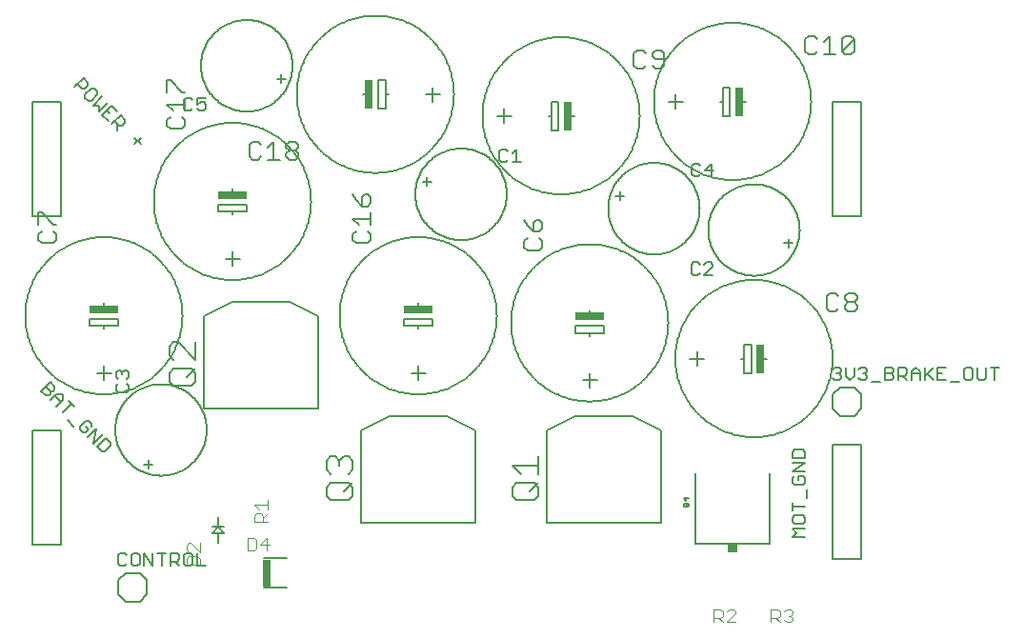
<source format=gto>
G75*
%MOIN*%
%OFA0B0*%
%FSLAX25Y25*%
%IPPOS*%
%LPD*%
%AMOC8*
5,1,8,0,0,1.08239X$1,22.5*
%
%ADD10C,0.00600*%
%ADD11C,0.00500*%
%ADD12C,0.00800*%
%ADD13C,0.00400*%
%ADD14R,0.02657X0.09646*%
%ADD15R,0.03400X0.03000*%
%ADD16C,0.00700*%
%ADD17R,0.10000X0.02500*%
%ADD18R,0.02500X0.10000*%
D10*
X0036500Y0012667D02*
X0039000Y0010167D01*
X0044000Y0010167D01*
X0046500Y0012667D01*
X0046500Y0017667D01*
X0044000Y0020167D01*
X0039000Y0020167D01*
X0036500Y0017667D01*
X0036500Y0012667D01*
X0047000Y0056667D02*
X0047000Y0059667D01*
X0048500Y0058167D02*
X0045500Y0058167D01*
X0033804Y0064806D02*
X0031728Y0062730D01*
X0030690Y0062730D01*
X0029133Y0064287D01*
X0032247Y0067400D01*
X0033804Y0065844D01*
X0033804Y0064806D01*
X0031068Y0068580D02*
X0027954Y0065466D01*
X0028992Y0070656D01*
X0025878Y0067542D01*
X0025217Y0069241D02*
X0024179Y0069241D01*
X0023141Y0070279D01*
X0023141Y0071317D01*
X0025217Y0073392D01*
X0026255Y0073392D01*
X0027293Y0072354D01*
X0027293Y0071317D01*
X0026255Y0070279D02*
X0025217Y0071317D01*
X0026255Y0070279D02*
X0025217Y0069241D01*
X0020924Y0071458D02*
X0018848Y0073534D01*
X0017149Y0076270D02*
X0020263Y0079384D01*
X0019225Y0080422D02*
X0021301Y0078346D01*
X0017008Y0080564D02*
X0017008Y0082640D01*
X0014932Y0082640D01*
X0012856Y0080564D01*
X0012195Y0082262D02*
X0011157Y0082262D01*
X0009600Y0083819D01*
X0012714Y0086933D01*
X0014271Y0085376D01*
X0014271Y0084338D01*
X0013752Y0083819D01*
X0012714Y0083819D01*
X0011157Y0085376D01*
X0012714Y0083819D02*
X0012714Y0082781D01*
X0012195Y0082262D01*
X0014413Y0082121D02*
X0016489Y0080045D01*
X0017008Y0080564D02*
X0014932Y0078488D01*
X0029000Y0090167D02*
X0034000Y0090167D01*
X0031500Y0087667D02*
X0031500Y0092667D01*
X0031500Y0105667D02*
X0031500Y0106667D01*
X0026500Y0106667D01*
X0026500Y0109167D01*
X0036500Y0109167D01*
X0036500Y0106667D01*
X0031500Y0106667D01*
X0004000Y0110167D02*
X0004008Y0110842D01*
X0004033Y0111516D01*
X0004075Y0112190D01*
X0004132Y0112862D01*
X0004207Y0113533D01*
X0004298Y0114202D01*
X0004405Y0114868D01*
X0004528Y0115532D01*
X0004668Y0116192D01*
X0004824Y0116849D01*
X0004996Y0117502D01*
X0005184Y0118150D01*
X0005388Y0118793D01*
X0005608Y0119431D01*
X0005843Y0120064D01*
X0006093Y0120691D01*
X0006359Y0121311D01*
X0006640Y0121925D01*
X0006936Y0122531D01*
X0007247Y0123130D01*
X0007573Y0123722D01*
X0007912Y0124305D01*
X0008267Y0124879D01*
X0008635Y0125445D01*
X0009016Y0126002D01*
X0009412Y0126549D01*
X0009820Y0127086D01*
X0010242Y0127613D01*
X0010677Y0128129D01*
X0011124Y0128635D01*
X0011583Y0129129D01*
X0012055Y0129612D01*
X0012538Y0130084D01*
X0013032Y0130543D01*
X0013538Y0130990D01*
X0014054Y0131425D01*
X0014581Y0131847D01*
X0015118Y0132255D01*
X0015665Y0132651D01*
X0016222Y0133032D01*
X0016788Y0133400D01*
X0017362Y0133755D01*
X0017945Y0134094D01*
X0018537Y0134420D01*
X0019136Y0134731D01*
X0019742Y0135027D01*
X0020356Y0135308D01*
X0020976Y0135574D01*
X0021603Y0135824D01*
X0022236Y0136059D01*
X0022874Y0136279D01*
X0023517Y0136483D01*
X0024165Y0136671D01*
X0024818Y0136843D01*
X0025475Y0136999D01*
X0026135Y0137139D01*
X0026799Y0137262D01*
X0027465Y0137369D01*
X0028134Y0137460D01*
X0028805Y0137535D01*
X0029477Y0137592D01*
X0030151Y0137634D01*
X0030825Y0137659D01*
X0031500Y0137667D01*
X0032175Y0137659D01*
X0032849Y0137634D01*
X0033523Y0137592D01*
X0034195Y0137535D01*
X0034866Y0137460D01*
X0035535Y0137369D01*
X0036201Y0137262D01*
X0036865Y0137139D01*
X0037525Y0136999D01*
X0038182Y0136843D01*
X0038835Y0136671D01*
X0039483Y0136483D01*
X0040126Y0136279D01*
X0040764Y0136059D01*
X0041397Y0135824D01*
X0042024Y0135574D01*
X0042644Y0135308D01*
X0043258Y0135027D01*
X0043864Y0134731D01*
X0044463Y0134420D01*
X0045055Y0134094D01*
X0045638Y0133755D01*
X0046212Y0133400D01*
X0046778Y0133032D01*
X0047335Y0132651D01*
X0047882Y0132255D01*
X0048419Y0131847D01*
X0048946Y0131425D01*
X0049462Y0130990D01*
X0049968Y0130543D01*
X0050462Y0130084D01*
X0050945Y0129612D01*
X0051417Y0129129D01*
X0051876Y0128635D01*
X0052323Y0128129D01*
X0052758Y0127613D01*
X0053180Y0127086D01*
X0053588Y0126549D01*
X0053984Y0126002D01*
X0054365Y0125445D01*
X0054733Y0124879D01*
X0055088Y0124305D01*
X0055427Y0123722D01*
X0055753Y0123130D01*
X0056064Y0122531D01*
X0056360Y0121925D01*
X0056641Y0121311D01*
X0056907Y0120691D01*
X0057157Y0120064D01*
X0057392Y0119431D01*
X0057612Y0118793D01*
X0057816Y0118150D01*
X0058004Y0117502D01*
X0058176Y0116849D01*
X0058332Y0116192D01*
X0058472Y0115532D01*
X0058595Y0114868D01*
X0058702Y0114202D01*
X0058793Y0113533D01*
X0058868Y0112862D01*
X0058925Y0112190D01*
X0058967Y0111516D01*
X0058992Y0110842D01*
X0059000Y0110167D01*
X0058992Y0109492D01*
X0058967Y0108818D01*
X0058925Y0108144D01*
X0058868Y0107472D01*
X0058793Y0106801D01*
X0058702Y0106132D01*
X0058595Y0105466D01*
X0058472Y0104802D01*
X0058332Y0104142D01*
X0058176Y0103485D01*
X0058004Y0102832D01*
X0057816Y0102184D01*
X0057612Y0101541D01*
X0057392Y0100903D01*
X0057157Y0100270D01*
X0056907Y0099643D01*
X0056641Y0099023D01*
X0056360Y0098409D01*
X0056064Y0097803D01*
X0055753Y0097204D01*
X0055427Y0096612D01*
X0055088Y0096029D01*
X0054733Y0095455D01*
X0054365Y0094889D01*
X0053984Y0094332D01*
X0053588Y0093785D01*
X0053180Y0093248D01*
X0052758Y0092721D01*
X0052323Y0092205D01*
X0051876Y0091699D01*
X0051417Y0091205D01*
X0050945Y0090722D01*
X0050462Y0090250D01*
X0049968Y0089791D01*
X0049462Y0089344D01*
X0048946Y0088909D01*
X0048419Y0088487D01*
X0047882Y0088079D01*
X0047335Y0087683D01*
X0046778Y0087302D01*
X0046212Y0086934D01*
X0045638Y0086579D01*
X0045055Y0086240D01*
X0044463Y0085914D01*
X0043864Y0085603D01*
X0043258Y0085307D01*
X0042644Y0085026D01*
X0042024Y0084760D01*
X0041397Y0084510D01*
X0040764Y0084275D01*
X0040126Y0084055D01*
X0039483Y0083851D01*
X0038835Y0083663D01*
X0038182Y0083491D01*
X0037525Y0083335D01*
X0036865Y0083195D01*
X0036201Y0083072D01*
X0035535Y0082965D01*
X0034866Y0082874D01*
X0034195Y0082799D01*
X0033523Y0082742D01*
X0032849Y0082700D01*
X0032175Y0082675D01*
X0031500Y0082667D01*
X0030825Y0082675D01*
X0030151Y0082700D01*
X0029477Y0082742D01*
X0028805Y0082799D01*
X0028134Y0082874D01*
X0027465Y0082965D01*
X0026799Y0083072D01*
X0026135Y0083195D01*
X0025475Y0083335D01*
X0024818Y0083491D01*
X0024165Y0083663D01*
X0023517Y0083851D01*
X0022874Y0084055D01*
X0022236Y0084275D01*
X0021603Y0084510D01*
X0020976Y0084760D01*
X0020356Y0085026D01*
X0019742Y0085307D01*
X0019136Y0085603D01*
X0018537Y0085914D01*
X0017945Y0086240D01*
X0017362Y0086579D01*
X0016788Y0086934D01*
X0016222Y0087302D01*
X0015665Y0087683D01*
X0015118Y0088079D01*
X0014581Y0088487D01*
X0014054Y0088909D01*
X0013538Y0089344D01*
X0013032Y0089791D01*
X0012538Y0090250D01*
X0012055Y0090722D01*
X0011583Y0091205D01*
X0011124Y0091699D01*
X0010677Y0092205D01*
X0010242Y0092721D01*
X0009820Y0093248D01*
X0009412Y0093785D01*
X0009016Y0094332D01*
X0008635Y0094889D01*
X0008267Y0095455D01*
X0007912Y0096029D01*
X0007573Y0096612D01*
X0007247Y0097204D01*
X0006936Y0097803D01*
X0006640Y0098409D01*
X0006359Y0099023D01*
X0006093Y0099643D01*
X0005843Y0100270D01*
X0005608Y0100903D01*
X0005388Y0101541D01*
X0005184Y0102184D01*
X0004996Y0102832D01*
X0004824Y0103485D01*
X0004668Y0104142D01*
X0004528Y0104802D01*
X0004405Y0105466D01*
X0004298Y0106132D01*
X0004207Y0106801D01*
X0004132Y0107472D01*
X0004075Y0108144D01*
X0004033Y0108818D01*
X0004008Y0109492D01*
X0004000Y0110167D01*
X0031500Y0112667D02*
X0031500Y0114667D01*
X0074000Y0130167D02*
X0079000Y0130167D01*
X0076500Y0127667D02*
X0076500Y0132667D01*
X0076500Y0145667D02*
X0076500Y0146667D01*
X0071500Y0146667D01*
X0071500Y0149167D01*
X0081500Y0149167D01*
X0081500Y0146667D01*
X0076500Y0146667D01*
X0049000Y0150167D02*
X0049008Y0150842D01*
X0049033Y0151516D01*
X0049075Y0152190D01*
X0049132Y0152862D01*
X0049207Y0153533D01*
X0049298Y0154202D01*
X0049405Y0154868D01*
X0049528Y0155532D01*
X0049668Y0156192D01*
X0049824Y0156849D01*
X0049996Y0157502D01*
X0050184Y0158150D01*
X0050388Y0158793D01*
X0050608Y0159431D01*
X0050843Y0160064D01*
X0051093Y0160691D01*
X0051359Y0161311D01*
X0051640Y0161925D01*
X0051936Y0162531D01*
X0052247Y0163130D01*
X0052573Y0163722D01*
X0052912Y0164305D01*
X0053267Y0164879D01*
X0053635Y0165445D01*
X0054016Y0166002D01*
X0054412Y0166549D01*
X0054820Y0167086D01*
X0055242Y0167613D01*
X0055677Y0168129D01*
X0056124Y0168635D01*
X0056583Y0169129D01*
X0057055Y0169612D01*
X0057538Y0170084D01*
X0058032Y0170543D01*
X0058538Y0170990D01*
X0059054Y0171425D01*
X0059581Y0171847D01*
X0060118Y0172255D01*
X0060665Y0172651D01*
X0061222Y0173032D01*
X0061788Y0173400D01*
X0062362Y0173755D01*
X0062945Y0174094D01*
X0063537Y0174420D01*
X0064136Y0174731D01*
X0064742Y0175027D01*
X0065356Y0175308D01*
X0065976Y0175574D01*
X0066603Y0175824D01*
X0067236Y0176059D01*
X0067874Y0176279D01*
X0068517Y0176483D01*
X0069165Y0176671D01*
X0069818Y0176843D01*
X0070475Y0176999D01*
X0071135Y0177139D01*
X0071799Y0177262D01*
X0072465Y0177369D01*
X0073134Y0177460D01*
X0073805Y0177535D01*
X0074477Y0177592D01*
X0075151Y0177634D01*
X0075825Y0177659D01*
X0076500Y0177667D01*
X0077175Y0177659D01*
X0077849Y0177634D01*
X0078523Y0177592D01*
X0079195Y0177535D01*
X0079866Y0177460D01*
X0080535Y0177369D01*
X0081201Y0177262D01*
X0081865Y0177139D01*
X0082525Y0176999D01*
X0083182Y0176843D01*
X0083835Y0176671D01*
X0084483Y0176483D01*
X0085126Y0176279D01*
X0085764Y0176059D01*
X0086397Y0175824D01*
X0087024Y0175574D01*
X0087644Y0175308D01*
X0088258Y0175027D01*
X0088864Y0174731D01*
X0089463Y0174420D01*
X0090055Y0174094D01*
X0090638Y0173755D01*
X0091212Y0173400D01*
X0091778Y0173032D01*
X0092335Y0172651D01*
X0092882Y0172255D01*
X0093419Y0171847D01*
X0093946Y0171425D01*
X0094462Y0170990D01*
X0094968Y0170543D01*
X0095462Y0170084D01*
X0095945Y0169612D01*
X0096417Y0169129D01*
X0096876Y0168635D01*
X0097323Y0168129D01*
X0097758Y0167613D01*
X0098180Y0167086D01*
X0098588Y0166549D01*
X0098984Y0166002D01*
X0099365Y0165445D01*
X0099733Y0164879D01*
X0100088Y0164305D01*
X0100427Y0163722D01*
X0100753Y0163130D01*
X0101064Y0162531D01*
X0101360Y0161925D01*
X0101641Y0161311D01*
X0101907Y0160691D01*
X0102157Y0160064D01*
X0102392Y0159431D01*
X0102612Y0158793D01*
X0102816Y0158150D01*
X0103004Y0157502D01*
X0103176Y0156849D01*
X0103332Y0156192D01*
X0103472Y0155532D01*
X0103595Y0154868D01*
X0103702Y0154202D01*
X0103793Y0153533D01*
X0103868Y0152862D01*
X0103925Y0152190D01*
X0103967Y0151516D01*
X0103992Y0150842D01*
X0104000Y0150167D01*
X0103992Y0149492D01*
X0103967Y0148818D01*
X0103925Y0148144D01*
X0103868Y0147472D01*
X0103793Y0146801D01*
X0103702Y0146132D01*
X0103595Y0145466D01*
X0103472Y0144802D01*
X0103332Y0144142D01*
X0103176Y0143485D01*
X0103004Y0142832D01*
X0102816Y0142184D01*
X0102612Y0141541D01*
X0102392Y0140903D01*
X0102157Y0140270D01*
X0101907Y0139643D01*
X0101641Y0139023D01*
X0101360Y0138409D01*
X0101064Y0137803D01*
X0100753Y0137204D01*
X0100427Y0136612D01*
X0100088Y0136029D01*
X0099733Y0135455D01*
X0099365Y0134889D01*
X0098984Y0134332D01*
X0098588Y0133785D01*
X0098180Y0133248D01*
X0097758Y0132721D01*
X0097323Y0132205D01*
X0096876Y0131699D01*
X0096417Y0131205D01*
X0095945Y0130722D01*
X0095462Y0130250D01*
X0094968Y0129791D01*
X0094462Y0129344D01*
X0093946Y0128909D01*
X0093419Y0128487D01*
X0092882Y0128079D01*
X0092335Y0127683D01*
X0091778Y0127302D01*
X0091212Y0126934D01*
X0090638Y0126579D01*
X0090055Y0126240D01*
X0089463Y0125914D01*
X0088864Y0125603D01*
X0088258Y0125307D01*
X0087644Y0125026D01*
X0087024Y0124760D01*
X0086397Y0124510D01*
X0085764Y0124275D01*
X0085126Y0124055D01*
X0084483Y0123851D01*
X0083835Y0123663D01*
X0083182Y0123491D01*
X0082525Y0123335D01*
X0081865Y0123195D01*
X0081201Y0123072D01*
X0080535Y0122965D01*
X0079866Y0122874D01*
X0079195Y0122799D01*
X0078523Y0122742D01*
X0077849Y0122700D01*
X0077175Y0122675D01*
X0076500Y0122667D01*
X0075825Y0122675D01*
X0075151Y0122700D01*
X0074477Y0122742D01*
X0073805Y0122799D01*
X0073134Y0122874D01*
X0072465Y0122965D01*
X0071799Y0123072D01*
X0071135Y0123195D01*
X0070475Y0123335D01*
X0069818Y0123491D01*
X0069165Y0123663D01*
X0068517Y0123851D01*
X0067874Y0124055D01*
X0067236Y0124275D01*
X0066603Y0124510D01*
X0065976Y0124760D01*
X0065356Y0125026D01*
X0064742Y0125307D01*
X0064136Y0125603D01*
X0063537Y0125914D01*
X0062945Y0126240D01*
X0062362Y0126579D01*
X0061788Y0126934D01*
X0061222Y0127302D01*
X0060665Y0127683D01*
X0060118Y0128079D01*
X0059581Y0128487D01*
X0059054Y0128909D01*
X0058538Y0129344D01*
X0058032Y0129791D01*
X0057538Y0130250D01*
X0057055Y0130722D01*
X0056583Y0131205D01*
X0056124Y0131699D01*
X0055677Y0132205D01*
X0055242Y0132721D01*
X0054820Y0133248D01*
X0054412Y0133785D01*
X0054016Y0134332D01*
X0053635Y0134889D01*
X0053267Y0135455D01*
X0052912Y0136029D01*
X0052573Y0136612D01*
X0052247Y0137204D01*
X0051936Y0137803D01*
X0051640Y0138409D01*
X0051359Y0139023D01*
X0051093Y0139643D01*
X0050843Y0140270D01*
X0050608Y0140903D01*
X0050388Y0141541D01*
X0050184Y0142184D01*
X0049996Y0142832D01*
X0049824Y0143485D01*
X0049668Y0144142D01*
X0049528Y0144802D01*
X0049405Y0145466D01*
X0049298Y0146132D01*
X0049207Y0146801D01*
X0049132Y0147472D01*
X0049075Y0148144D01*
X0049033Y0148818D01*
X0049008Y0149492D01*
X0049000Y0150167D01*
X0076500Y0152667D02*
X0076500Y0154667D01*
X0044390Y0170215D02*
X0042314Y0172291D01*
X0044390Y0172291D02*
X0042314Y0170215D01*
X0036322Y0175169D02*
X0036322Y0177245D01*
X0036841Y0176726D02*
X0035284Y0178283D01*
X0034246Y0177245D02*
X0037360Y0180359D01*
X0038917Y0178802D01*
X0038917Y0177764D01*
X0037879Y0176726D01*
X0036841Y0176726D01*
X0033067Y0178424D02*
X0030991Y0180500D01*
X0034105Y0183614D01*
X0036181Y0181538D01*
X0033586Y0181019D02*
X0032548Y0182057D01*
X0029811Y0181680D02*
X0032925Y0184794D01*
X0030849Y0186870D02*
X0027735Y0183756D01*
X0029811Y0183756D01*
X0029811Y0181680D01*
X0027075Y0185454D02*
X0029151Y0187530D01*
X0029151Y0188568D01*
X0028113Y0189606D01*
X0027075Y0189606D01*
X0024999Y0187530D01*
X0024999Y0186492D01*
X0026037Y0185454D01*
X0027075Y0185454D01*
X0024857Y0189748D02*
X0023819Y0189748D01*
X0022262Y0191305D01*
X0021224Y0190267D02*
X0024338Y0193381D01*
X0025895Y0191824D01*
X0025895Y0190786D01*
X0024857Y0189748D01*
X0065500Y0197667D02*
X0065505Y0198060D01*
X0065519Y0198452D01*
X0065543Y0198844D01*
X0065577Y0199235D01*
X0065620Y0199626D01*
X0065673Y0200015D01*
X0065736Y0200402D01*
X0065807Y0200788D01*
X0065889Y0201173D01*
X0065979Y0201555D01*
X0066080Y0201934D01*
X0066189Y0202312D01*
X0066308Y0202686D01*
X0066435Y0203057D01*
X0066572Y0203425D01*
X0066718Y0203790D01*
X0066873Y0204151D01*
X0067036Y0204508D01*
X0067208Y0204861D01*
X0067389Y0205209D01*
X0067579Y0205553D01*
X0067776Y0205893D01*
X0067982Y0206227D01*
X0068196Y0206556D01*
X0068419Y0206880D01*
X0068649Y0207198D01*
X0068886Y0207511D01*
X0069132Y0207817D01*
X0069385Y0208118D01*
X0069645Y0208412D01*
X0069912Y0208700D01*
X0070186Y0208981D01*
X0070467Y0209255D01*
X0070755Y0209522D01*
X0071049Y0209782D01*
X0071350Y0210035D01*
X0071656Y0210281D01*
X0071969Y0210518D01*
X0072287Y0210748D01*
X0072611Y0210971D01*
X0072940Y0211185D01*
X0073274Y0211391D01*
X0073614Y0211588D01*
X0073958Y0211778D01*
X0074306Y0211959D01*
X0074659Y0212131D01*
X0075016Y0212294D01*
X0075377Y0212449D01*
X0075742Y0212595D01*
X0076110Y0212732D01*
X0076481Y0212859D01*
X0076855Y0212978D01*
X0077233Y0213087D01*
X0077612Y0213188D01*
X0077994Y0213278D01*
X0078379Y0213360D01*
X0078765Y0213431D01*
X0079152Y0213494D01*
X0079541Y0213547D01*
X0079932Y0213590D01*
X0080323Y0213624D01*
X0080715Y0213648D01*
X0081107Y0213662D01*
X0081500Y0213667D01*
X0081893Y0213662D01*
X0082285Y0213648D01*
X0082677Y0213624D01*
X0083068Y0213590D01*
X0083459Y0213547D01*
X0083848Y0213494D01*
X0084235Y0213431D01*
X0084621Y0213360D01*
X0085006Y0213278D01*
X0085388Y0213188D01*
X0085767Y0213087D01*
X0086145Y0212978D01*
X0086519Y0212859D01*
X0086890Y0212732D01*
X0087258Y0212595D01*
X0087623Y0212449D01*
X0087984Y0212294D01*
X0088341Y0212131D01*
X0088694Y0211959D01*
X0089042Y0211778D01*
X0089386Y0211588D01*
X0089726Y0211391D01*
X0090060Y0211185D01*
X0090389Y0210971D01*
X0090713Y0210748D01*
X0091031Y0210518D01*
X0091344Y0210281D01*
X0091650Y0210035D01*
X0091951Y0209782D01*
X0092245Y0209522D01*
X0092533Y0209255D01*
X0092814Y0208981D01*
X0093088Y0208700D01*
X0093355Y0208412D01*
X0093615Y0208118D01*
X0093868Y0207817D01*
X0094114Y0207511D01*
X0094351Y0207198D01*
X0094581Y0206880D01*
X0094804Y0206556D01*
X0095018Y0206227D01*
X0095224Y0205893D01*
X0095421Y0205553D01*
X0095611Y0205209D01*
X0095792Y0204861D01*
X0095964Y0204508D01*
X0096127Y0204151D01*
X0096282Y0203790D01*
X0096428Y0203425D01*
X0096565Y0203057D01*
X0096692Y0202686D01*
X0096811Y0202312D01*
X0096920Y0201934D01*
X0097021Y0201555D01*
X0097111Y0201173D01*
X0097193Y0200788D01*
X0097264Y0200402D01*
X0097327Y0200015D01*
X0097380Y0199626D01*
X0097423Y0199235D01*
X0097457Y0198844D01*
X0097481Y0198452D01*
X0097495Y0198060D01*
X0097500Y0197667D01*
X0097495Y0197274D01*
X0097481Y0196882D01*
X0097457Y0196490D01*
X0097423Y0196099D01*
X0097380Y0195708D01*
X0097327Y0195319D01*
X0097264Y0194932D01*
X0097193Y0194546D01*
X0097111Y0194161D01*
X0097021Y0193779D01*
X0096920Y0193400D01*
X0096811Y0193022D01*
X0096692Y0192648D01*
X0096565Y0192277D01*
X0096428Y0191909D01*
X0096282Y0191544D01*
X0096127Y0191183D01*
X0095964Y0190826D01*
X0095792Y0190473D01*
X0095611Y0190125D01*
X0095421Y0189781D01*
X0095224Y0189441D01*
X0095018Y0189107D01*
X0094804Y0188778D01*
X0094581Y0188454D01*
X0094351Y0188136D01*
X0094114Y0187823D01*
X0093868Y0187517D01*
X0093615Y0187216D01*
X0093355Y0186922D01*
X0093088Y0186634D01*
X0092814Y0186353D01*
X0092533Y0186079D01*
X0092245Y0185812D01*
X0091951Y0185552D01*
X0091650Y0185299D01*
X0091344Y0185053D01*
X0091031Y0184816D01*
X0090713Y0184586D01*
X0090389Y0184363D01*
X0090060Y0184149D01*
X0089726Y0183943D01*
X0089386Y0183746D01*
X0089042Y0183556D01*
X0088694Y0183375D01*
X0088341Y0183203D01*
X0087984Y0183040D01*
X0087623Y0182885D01*
X0087258Y0182739D01*
X0086890Y0182602D01*
X0086519Y0182475D01*
X0086145Y0182356D01*
X0085767Y0182247D01*
X0085388Y0182146D01*
X0085006Y0182056D01*
X0084621Y0181974D01*
X0084235Y0181903D01*
X0083848Y0181840D01*
X0083459Y0181787D01*
X0083068Y0181744D01*
X0082677Y0181710D01*
X0082285Y0181686D01*
X0081893Y0181672D01*
X0081500Y0181667D01*
X0081107Y0181672D01*
X0080715Y0181686D01*
X0080323Y0181710D01*
X0079932Y0181744D01*
X0079541Y0181787D01*
X0079152Y0181840D01*
X0078765Y0181903D01*
X0078379Y0181974D01*
X0077994Y0182056D01*
X0077612Y0182146D01*
X0077233Y0182247D01*
X0076855Y0182356D01*
X0076481Y0182475D01*
X0076110Y0182602D01*
X0075742Y0182739D01*
X0075377Y0182885D01*
X0075016Y0183040D01*
X0074659Y0183203D01*
X0074306Y0183375D01*
X0073958Y0183556D01*
X0073614Y0183746D01*
X0073274Y0183943D01*
X0072940Y0184149D01*
X0072611Y0184363D01*
X0072287Y0184586D01*
X0071969Y0184816D01*
X0071656Y0185053D01*
X0071350Y0185299D01*
X0071049Y0185552D01*
X0070755Y0185812D01*
X0070467Y0186079D01*
X0070186Y0186353D01*
X0069912Y0186634D01*
X0069645Y0186922D01*
X0069385Y0187216D01*
X0069132Y0187517D01*
X0068886Y0187823D01*
X0068649Y0188136D01*
X0068419Y0188454D01*
X0068196Y0188778D01*
X0067982Y0189107D01*
X0067776Y0189441D01*
X0067579Y0189781D01*
X0067389Y0190125D01*
X0067208Y0190473D01*
X0067036Y0190826D01*
X0066873Y0191183D01*
X0066718Y0191544D01*
X0066572Y0191909D01*
X0066435Y0192277D01*
X0066308Y0192648D01*
X0066189Y0193022D01*
X0066080Y0193400D01*
X0065979Y0193779D01*
X0065889Y0194161D01*
X0065807Y0194546D01*
X0065736Y0194932D01*
X0065673Y0195319D01*
X0065620Y0195708D01*
X0065577Y0196099D01*
X0065543Y0196490D01*
X0065519Y0196882D01*
X0065505Y0197274D01*
X0065500Y0197667D01*
X0092000Y0193167D02*
X0095000Y0193167D01*
X0093500Y0194667D02*
X0093500Y0191667D01*
X0122000Y0187667D02*
X0124000Y0187667D01*
X0099000Y0187667D02*
X0099008Y0188342D01*
X0099033Y0189016D01*
X0099075Y0189690D01*
X0099132Y0190362D01*
X0099207Y0191033D01*
X0099298Y0191702D01*
X0099405Y0192368D01*
X0099528Y0193032D01*
X0099668Y0193692D01*
X0099824Y0194349D01*
X0099996Y0195002D01*
X0100184Y0195650D01*
X0100388Y0196293D01*
X0100608Y0196931D01*
X0100843Y0197564D01*
X0101093Y0198191D01*
X0101359Y0198811D01*
X0101640Y0199425D01*
X0101936Y0200031D01*
X0102247Y0200630D01*
X0102573Y0201222D01*
X0102912Y0201805D01*
X0103267Y0202379D01*
X0103635Y0202945D01*
X0104016Y0203502D01*
X0104412Y0204049D01*
X0104820Y0204586D01*
X0105242Y0205113D01*
X0105677Y0205629D01*
X0106124Y0206135D01*
X0106583Y0206629D01*
X0107055Y0207112D01*
X0107538Y0207584D01*
X0108032Y0208043D01*
X0108538Y0208490D01*
X0109054Y0208925D01*
X0109581Y0209347D01*
X0110118Y0209755D01*
X0110665Y0210151D01*
X0111222Y0210532D01*
X0111788Y0210900D01*
X0112362Y0211255D01*
X0112945Y0211594D01*
X0113537Y0211920D01*
X0114136Y0212231D01*
X0114742Y0212527D01*
X0115356Y0212808D01*
X0115976Y0213074D01*
X0116603Y0213324D01*
X0117236Y0213559D01*
X0117874Y0213779D01*
X0118517Y0213983D01*
X0119165Y0214171D01*
X0119818Y0214343D01*
X0120475Y0214499D01*
X0121135Y0214639D01*
X0121799Y0214762D01*
X0122465Y0214869D01*
X0123134Y0214960D01*
X0123805Y0215035D01*
X0124477Y0215092D01*
X0125151Y0215134D01*
X0125825Y0215159D01*
X0126500Y0215167D01*
X0127175Y0215159D01*
X0127849Y0215134D01*
X0128523Y0215092D01*
X0129195Y0215035D01*
X0129866Y0214960D01*
X0130535Y0214869D01*
X0131201Y0214762D01*
X0131865Y0214639D01*
X0132525Y0214499D01*
X0133182Y0214343D01*
X0133835Y0214171D01*
X0134483Y0213983D01*
X0135126Y0213779D01*
X0135764Y0213559D01*
X0136397Y0213324D01*
X0137024Y0213074D01*
X0137644Y0212808D01*
X0138258Y0212527D01*
X0138864Y0212231D01*
X0139463Y0211920D01*
X0140055Y0211594D01*
X0140638Y0211255D01*
X0141212Y0210900D01*
X0141778Y0210532D01*
X0142335Y0210151D01*
X0142882Y0209755D01*
X0143419Y0209347D01*
X0143946Y0208925D01*
X0144462Y0208490D01*
X0144968Y0208043D01*
X0145462Y0207584D01*
X0145945Y0207112D01*
X0146417Y0206629D01*
X0146876Y0206135D01*
X0147323Y0205629D01*
X0147758Y0205113D01*
X0148180Y0204586D01*
X0148588Y0204049D01*
X0148984Y0203502D01*
X0149365Y0202945D01*
X0149733Y0202379D01*
X0150088Y0201805D01*
X0150427Y0201222D01*
X0150753Y0200630D01*
X0151064Y0200031D01*
X0151360Y0199425D01*
X0151641Y0198811D01*
X0151907Y0198191D01*
X0152157Y0197564D01*
X0152392Y0196931D01*
X0152612Y0196293D01*
X0152816Y0195650D01*
X0153004Y0195002D01*
X0153176Y0194349D01*
X0153332Y0193692D01*
X0153472Y0193032D01*
X0153595Y0192368D01*
X0153702Y0191702D01*
X0153793Y0191033D01*
X0153868Y0190362D01*
X0153925Y0189690D01*
X0153967Y0189016D01*
X0153992Y0188342D01*
X0154000Y0187667D01*
X0153992Y0186992D01*
X0153967Y0186318D01*
X0153925Y0185644D01*
X0153868Y0184972D01*
X0153793Y0184301D01*
X0153702Y0183632D01*
X0153595Y0182966D01*
X0153472Y0182302D01*
X0153332Y0181642D01*
X0153176Y0180985D01*
X0153004Y0180332D01*
X0152816Y0179684D01*
X0152612Y0179041D01*
X0152392Y0178403D01*
X0152157Y0177770D01*
X0151907Y0177143D01*
X0151641Y0176523D01*
X0151360Y0175909D01*
X0151064Y0175303D01*
X0150753Y0174704D01*
X0150427Y0174112D01*
X0150088Y0173529D01*
X0149733Y0172955D01*
X0149365Y0172389D01*
X0148984Y0171832D01*
X0148588Y0171285D01*
X0148180Y0170748D01*
X0147758Y0170221D01*
X0147323Y0169705D01*
X0146876Y0169199D01*
X0146417Y0168705D01*
X0145945Y0168222D01*
X0145462Y0167750D01*
X0144968Y0167291D01*
X0144462Y0166844D01*
X0143946Y0166409D01*
X0143419Y0165987D01*
X0142882Y0165579D01*
X0142335Y0165183D01*
X0141778Y0164802D01*
X0141212Y0164434D01*
X0140638Y0164079D01*
X0140055Y0163740D01*
X0139463Y0163414D01*
X0138864Y0163103D01*
X0138258Y0162807D01*
X0137644Y0162526D01*
X0137024Y0162260D01*
X0136397Y0162010D01*
X0135764Y0161775D01*
X0135126Y0161555D01*
X0134483Y0161351D01*
X0133835Y0161163D01*
X0133182Y0160991D01*
X0132525Y0160835D01*
X0131865Y0160695D01*
X0131201Y0160572D01*
X0130535Y0160465D01*
X0129866Y0160374D01*
X0129195Y0160299D01*
X0128523Y0160242D01*
X0127849Y0160200D01*
X0127175Y0160175D01*
X0126500Y0160167D01*
X0125825Y0160175D01*
X0125151Y0160200D01*
X0124477Y0160242D01*
X0123805Y0160299D01*
X0123134Y0160374D01*
X0122465Y0160465D01*
X0121799Y0160572D01*
X0121135Y0160695D01*
X0120475Y0160835D01*
X0119818Y0160991D01*
X0119165Y0161163D01*
X0118517Y0161351D01*
X0117874Y0161555D01*
X0117236Y0161775D01*
X0116603Y0162010D01*
X0115976Y0162260D01*
X0115356Y0162526D01*
X0114742Y0162807D01*
X0114136Y0163103D01*
X0113537Y0163414D01*
X0112945Y0163740D01*
X0112362Y0164079D01*
X0111788Y0164434D01*
X0111222Y0164802D01*
X0110665Y0165183D01*
X0110118Y0165579D01*
X0109581Y0165987D01*
X0109054Y0166409D01*
X0108538Y0166844D01*
X0108032Y0167291D01*
X0107538Y0167750D01*
X0107055Y0168222D01*
X0106583Y0168705D01*
X0106124Y0169199D01*
X0105677Y0169705D01*
X0105242Y0170221D01*
X0104820Y0170748D01*
X0104412Y0171285D01*
X0104016Y0171832D01*
X0103635Y0172389D01*
X0103267Y0172955D01*
X0102912Y0173529D01*
X0102573Y0174112D01*
X0102247Y0174704D01*
X0101936Y0175303D01*
X0101640Y0175909D01*
X0101359Y0176523D01*
X0101093Y0177143D01*
X0100843Y0177770D01*
X0100608Y0178403D01*
X0100388Y0179041D01*
X0100184Y0179684D01*
X0099996Y0180332D01*
X0099824Y0180985D01*
X0099668Y0181642D01*
X0099528Y0182302D01*
X0099405Y0182966D01*
X0099298Y0183632D01*
X0099207Y0184301D01*
X0099132Y0184972D01*
X0099075Y0185644D01*
X0099033Y0186318D01*
X0099008Y0186992D01*
X0099000Y0187667D01*
X0127500Y0192667D02*
X0127500Y0182667D01*
X0130000Y0182667D01*
X0130000Y0187667D01*
X0130000Y0192667D01*
X0127500Y0192667D01*
X0130000Y0187667D02*
X0131000Y0187667D01*
X0144000Y0187667D02*
X0149000Y0187667D01*
X0146500Y0190167D02*
X0146500Y0185167D01*
X0169000Y0180167D02*
X0174000Y0180167D01*
X0171500Y0177667D02*
X0171500Y0182667D01*
X0187000Y0180167D02*
X0188000Y0180167D01*
X0188000Y0185167D01*
X0190500Y0185167D01*
X0190500Y0175167D01*
X0188000Y0175167D01*
X0188000Y0180167D01*
X0164000Y0180167D02*
X0164008Y0180842D01*
X0164033Y0181516D01*
X0164075Y0182190D01*
X0164132Y0182862D01*
X0164207Y0183533D01*
X0164298Y0184202D01*
X0164405Y0184868D01*
X0164528Y0185532D01*
X0164668Y0186192D01*
X0164824Y0186849D01*
X0164996Y0187502D01*
X0165184Y0188150D01*
X0165388Y0188793D01*
X0165608Y0189431D01*
X0165843Y0190064D01*
X0166093Y0190691D01*
X0166359Y0191311D01*
X0166640Y0191925D01*
X0166936Y0192531D01*
X0167247Y0193130D01*
X0167573Y0193722D01*
X0167912Y0194305D01*
X0168267Y0194879D01*
X0168635Y0195445D01*
X0169016Y0196002D01*
X0169412Y0196549D01*
X0169820Y0197086D01*
X0170242Y0197613D01*
X0170677Y0198129D01*
X0171124Y0198635D01*
X0171583Y0199129D01*
X0172055Y0199612D01*
X0172538Y0200084D01*
X0173032Y0200543D01*
X0173538Y0200990D01*
X0174054Y0201425D01*
X0174581Y0201847D01*
X0175118Y0202255D01*
X0175665Y0202651D01*
X0176222Y0203032D01*
X0176788Y0203400D01*
X0177362Y0203755D01*
X0177945Y0204094D01*
X0178537Y0204420D01*
X0179136Y0204731D01*
X0179742Y0205027D01*
X0180356Y0205308D01*
X0180976Y0205574D01*
X0181603Y0205824D01*
X0182236Y0206059D01*
X0182874Y0206279D01*
X0183517Y0206483D01*
X0184165Y0206671D01*
X0184818Y0206843D01*
X0185475Y0206999D01*
X0186135Y0207139D01*
X0186799Y0207262D01*
X0187465Y0207369D01*
X0188134Y0207460D01*
X0188805Y0207535D01*
X0189477Y0207592D01*
X0190151Y0207634D01*
X0190825Y0207659D01*
X0191500Y0207667D01*
X0192175Y0207659D01*
X0192849Y0207634D01*
X0193523Y0207592D01*
X0194195Y0207535D01*
X0194866Y0207460D01*
X0195535Y0207369D01*
X0196201Y0207262D01*
X0196865Y0207139D01*
X0197525Y0206999D01*
X0198182Y0206843D01*
X0198835Y0206671D01*
X0199483Y0206483D01*
X0200126Y0206279D01*
X0200764Y0206059D01*
X0201397Y0205824D01*
X0202024Y0205574D01*
X0202644Y0205308D01*
X0203258Y0205027D01*
X0203864Y0204731D01*
X0204463Y0204420D01*
X0205055Y0204094D01*
X0205638Y0203755D01*
X0206212Y0203400D01*
X0206778Y0203032D01*
X0207335Y0202651D01*
X0207882Y0202255D01*
X0208419Y0201847D01*
X0208946Y0201425D01*
X0209462Y0200990D01*
X0209968Y0200543D01*
X0210462Y0200084D01*
X0210945Y0199612D01*
X0211417Y0199129D01*
X0211876Y0198635D01*
X0212323Y0198129D01*
X0212758Y0197613D01*
X0213180Y0197086D01*
X0213588Y0196549D01*
X0213984Y0196002D01*
X0214365Y0195445D01*
X0214733Y0194879D01*
X0215088Y0194305D01*
X0215427Y0193722D01*
X0215753Y0193130D01*
X0216064Y0192531D01*
X0216360Y0191925D01*
X0216641Y0191311D01*
X0216907Y0190691D01*
X0217157Y0190064D01*
X0217392Y0189431D01*
X0217612Y0188793D01*
X0217816Y0188150D01*
X0218004Y0187502D01*
X0218176Y0186849D01*
X0218332Y0186192D01*
X0218472Y0185532D01*
X0218595Y0184868D01*
X0218702Y0184202D01*
X0218793Y0183533D01*
X0218868Y0182862D01*
X0218925Y0182190D01*
X0218967Y0181516D01*
X0218992Y0180842D01*
X0219000Y0180167D01*
X0218992Y0179492D01*
X0218967Y0178818D01*
X0218925Y0178144D01*
X0218868Y0177472D01*
X0218793Y0176801D01*
X0218702Y0176132D01*
X0218595Y0175466D01*
X0218472Y0174802D01*
X0218332Y0174142D01*
X0218176Y0173485D01*
X0218004Y0172832D01*
X0217816Y0172184D01*
X0217612Y0171541D01*
X0217392Y0170903D01*
X0217157Y0170270D01*
X0216907Y0169643D01*
X0216641Y0169023D01*
X0216360Y0168409D01*
X0216064Y0167803D01*
X0215753Y0167204D01*
X0215427Y0166612D01*
X0215088Y0166029D01*
X0214733Y0165455D01*
X0214365Y0164889D01*
X0213984Y0164332D01*
X0213588Y0163785D01*
X0213180Y0163248D01*
X0212758Y0162721D01*
X0212323Y0162205D01*
X0211876Y0161699D01*
X0211417Y0161205D01*
X0210945Y0160722D01*
X0210462Y0160250D01*
X0209968Y0159791D01*
X0209462Y0159344D01*
X0208946Y0158909D01*
X0208419Y0158487D01*
X0207882Y0158079D01*
X0207335Y0157683D01*
X0206778Y0157302D01*
X0206212Y0156934D01*
X0205638Y0156579D01*
X0205055Y0156240D01*
X0204463Y0155914D01*
X0203864Y0155603D01*
X0203258Y0155307D01*
X0202644Y0155026D01*
X0202024Y0154760D01*
X0201397Y0154510D01*
X0200764Y0154275D01*
X0200126Y0154055D01*
X0199483Y0153851D01*
X0198835Y0153663D01*
X0198182Y0153491D01*
X0197525Y0153335D01*
X0196865Y0153195D01*
X0196201Y0153072D01*
X0195535Y0152965D01*
X0194866Y0152874D01*
X0194195Y0152799D01*
X0193523Y0152742D01*
X0192849Y0152700D01*
X0192175Y0152675D01*
X0191500Y0152667D01*
X0190825Y0152675D01*
X0190151Y0152700D01*
X0189477Y0152742D01*
X0188805Y0152799D01*
X0188134Y0152874D01*
X0187465Y0152965D01*
X0186799Y0153072D01*
X0186135Y0153195D01*
X0185475Y0153335D01*
X0184818Y0153491D01*
X0184165Y0153663D01*
X0183517Y0153851D01*
X0182874Y0154055D01*
X0182236Y0154275D01*
X0181603Y0154510D01*
X0180976Y0154760D01*
X0180356Y0155026D01*
X0179742Y0155307D01*
X0179136Y0155603D01*
X0178537Y0155914D01*
X0177945Y0156240D01*
X0177362Y0156579D01*
X0176788Y0156934D01*
X0176222Y0157302D01*
X0175665Y0157683D01*
X0175118Y0158079D01*
X0174581Y0158487D01*
X0174054Y0158909D01*
X0173538Y0159344D01*
X0173032Y0159791D01*
X0172538Y0160250D01*
X0172055Y0160722D01*
X0171583Y0161205D01*
X0171124Y0161699D01*
X0170677Y0162205D01*
X0170242Y0162721D01*
X0169820Y0163248D01*
X0169412Y0163785D01*
X0169016Y0164332D01*
X0168635Y0164889D01*
X0168267Y0165455D01*
X0167912Y0166029D01*
X0167573Y0166612D01*
X0167247Y0167204D01*
X0166936Y0167803D01*
X0166640Y0168409D01*
X0166359Y0169023D01*
X0166093Y0169643D01*
X0165843Y0170270D01*
X0165608Y0170903D01*
X0165388Y0171541D01*
X0165184Y0172184D01*
X0164996Y0172832D01*
X0164824Y0173485D01*
X0164668Y0174142D01*
X0164528Y0174802D01*
X0164405Y0175466D01*
X0164298Y0176132D01*
X0164207Y0176801D01*
X0164132Y0177472D01*
X0164075Y0178144D01*
X0164033Y0178818D01*
X0164008Y0179492D01*
X0164000Y0180167D01*
X0194000Y0180167D02*
X0196000Y0180167D01*
X0229000Y0185167D02*
X0234000Y0185167D01*
X0231500Y0182667D02*
X0231500Y0187667D01*
X0247000Y0185167D02*
X0248000Y0185167D01*
X0248000Y0190167D01*
X0250500Y0190167D01*
X0250500Y0180167D01*
X0248000Y0180167D01*
X0248000Y0185167D01*
X0224000Y0185167D02*
X0224008Y0185842D01*
X0224033Y0186516D01*
X0224075Y0187190D01*
X0224132Y0187862D01*
X0224207Y0188533D01*
X0224298Y0189202D01*
X0224405Y0189868D01*
X0224528Y0190532D01*
X0224668Y0191192D01*
X0224824Y0191849D01*
X0224996Y0192502D01*
X0225184Y0193150D01*
X0225388Y0193793D01*
X0225608Y0194431D01*
X0225843Y0195064D01*
X0226093Y0195691D01*
X0226359Y0196311D01*
X0226640Y0196925D01*
X0226936Y0197531D01*
X0227247Y0198130D01*
X0227573Y0198722D01*
X0227912Y0199305D01*
X0228267Y0199879D01*
X0228635Y0200445D01*
X0229016Y0201002D01*
X0229412Y0201549D01*
X0229820Y0202086D01*
X0230242Y0202613D01*
X0230677Y0203129D01*
X0231124Y0203635D01*
X0231583Y0204129D01*
X0232055Y0204612D01*
X0232538Y0205084D01*
X0233032Y0205543D01*
X0233538Y0205990D01*
X0234054Y0206425D01*
X0234581Y0206847D01*
X0235118Y0207255D01*
X0235665Y0207651D01*
X0236222Y0208032D01*
X0236788Y0208400D01*
X0237362Y0208755D01*
X0237945Y0209094D01*
X0238537Y0209420D01*
X0239136Y0209731D01*
X0239742Y0210027D01*
X0240356Y0210308D01*
X0240976Y0210574D01*
X0241603Y0210824D01*
X0242236Y0211059D01*
X0242874Y0211279D01*
X0243517Y0211483D01*
X0244165Y0211671D01*
X0244818Y0211843D01*
X0245475Y0211999D01*
X0246135Y0212139D01*
X0246799Y0212262D01*
X0247465Y0212369D01*
X0248134Y0212460D01*
X0248805Y0212535D01*
X0249477Y0212592D01*
X0250151Y0212634D01*
X0250825Y0212659D01*
X0251500Y0212667D01*
X0252175Y0212659D01*
X0252849Y0212634D01*
X0253523Y0212592D01*
X0254195Y0212535D01*
X0254866Y0212460D01*
X0255535Y0212369D01*
X0256201Y0212262D01*
X0256865Y0212139D01*
X0257525Y0211999D01*
X0258182Y0211843D01*
X0258835Y0211671D01*
X0259483Y0211483D01*
X0260126Y0211279D01*
X0260764Y0211059D01*
X0261397Y0210824D01*
X0262024Y0210574D01*
X0262644Y0210308D01*
X0263258Y0210027D01*
X0263864Y0209731D01*
X0264463Y0209420D01*
X0265055Y0209094D01*
X0265638Y0208755D01*
X0266212Y0208400D01*
X0266778Y0208032D01*
X0267335Y0207651D01*
X0267882Y0207255D01*
X0268419Y0206847D01*
X0268946Y0206425D01*
X0269462Y0205990D01*
X0269968Y0205543D01*
X0270462Y0205084D01*
X0270945Y0204612D01*
X0271417Y0204129D01*
X0271876Y0203635D01*
X0272323Y0203129D01*
X0272758Y0202613D01*
X0273180Y0202086D01*
X0273588Y0201549D01*
X0273984Y0201002D01*
X0274365Y0200445D01*
X0274733Y0199879D01*
X0275088Y0199305D01*
X0275427Y0198722D01*
X0275753Y0198130D01*
X0276064Y0197531D01*
X0276360Y0196925D01*
X0276641Y0196311D01*
X0276907Y0195691D01*
X0277157Y0195064D01*
X0277392Y0194431D01*
X0277612Y0193793D01*
X0277816Y0193150D01*
X0278004Y0192502D01*
X0278176Y0191849D01*
X0278332Y0191192D01*
X0278472Y0190532D01*
X0278595Y0189868D01*
X0278702Y0189202D01*
X0278793Y0188533D01*
X0278868Y0187862D01*
X0278925Y0187190D01*
X0278967Y0186516D01*
X0278992Y0185842D01*
X0279000Y0185167D01*
X0278992Y0184492D01*
X0278967Y0183818D01*
X0278925Y0183144D01*
X0278868Y0182472D01*
X0278793Y0181801D01*
X0278702Y0181132D01*
X0278595Y0180466D01*
X0278472Y0179802D01*
X0278332Y0179142D01*
X0278176Y0178485D01*
X0278004Y0177832D01*
X0277816Y0177184D01*
X0277612Y0176541D01*
X0277392Y0175903D01*
X0277157Y0175270D01*
X0276907Y0174643D01*
X0276641Y0174023D01*
X0276360Y0173409D01*
X0276064Y0172803D01*
X0275753Y0172204D01*
X0275427Y0171612D01*
X0275088Y0171029D01*
X0274733Y0170455D01*
X0274365Y0169889D01*
X0273984Y0169332D01*
X0273588Y0168785D01*
X0273180Y0168248D01*
X0272758Y0167721D01*
X0272323Y0167205D01*
X0271876Y0166699D01*
X0271417Y0166205D01*
X0270945Y0165722D01*
X0270462Y0165250D01*
X0269968Y0164791D01*
X0269462Y0164344D01*
X0268946Y0163909D01*
X0268419Y0163487D01*
X0267882Y0163079D01*
X0267335Y0162683D01*
X0266778Y0162302D01*
X0266212Y0161934D01*
X0265638Y0161579D01*
X0265055Y0161240D01*
X0264463Y0160914D01*
X0263864Y0160603D01*
X0263258Y0160307D01*
X0262644Y0160026D01*
X0262024Y0159760D01*
X0261397Y0159510D01*
X0260764Y0159275D01*
X0260126Y0159055D01*
X0259483Y0158851D01*
X0258835Y0158663D01*
X0258182Y0158491D01*
X0257525Y0158335D01*
X0256865Y0158195D01*
X0256201Y0158072D01*
X0255535Y0157965D01*
X0254866Y0157874D01*
X0254195Y0157799D01*
X0253523Y0157742D01*
X0252849Y0157700D01*
X0252175Y0157675D01*
X0251500Y0157667D01*
X0250825Y0157675D01*
X0250151Y0157700D01*
X0249477Y0157742D01*
X0248805Y0157799D01*
X0248134Y0157874D01*
X0247465Y0157965D01*
X0246799Y0158072D01*
X0246135Y0158195D01*
X0245475Y0158335D01*
X0244818Y0158491D01*
X0244165Y0158663D01*
X0243517Y0158851D01*
X0242874Y0159055D01*
X0242236Y0159275D01*
X0241603Y0159510D01*
X0240976Y0159760D01*
X0240356Y0160026D01*
X0239742Y0160307D01*
X0239136Y0160603D01*
X0238537Y0160914D01*
X0237945Y0161240D01*
X0237362Y0161579D01*
X0236788Y0161934D01*
X0236222Y0162302D01*
X0235665Y0162683D01*
X0235118Y0163079D01*
X0234581Y0163487D01*
X0234054Y0163909D01*
X0233538Y0164344D01*
X0233032Y0164791D01*
X0232538Y0165250D01*
X0232055Y0165722D01*
X0231583Y0166205D01*
X0231124Y0166699D01*
X0230677Y0167205D01*
X0230242Y0167721D01*
X0229820Y0168248D01*
X0229412Y0168785D01*
X0229016Y0169332D01*
X0228635Y0169889D01*
X0228267Y0170455D01*
X0227912Y0171029D01*
X0227573Y0171612D01*
X0227247Y0172204D01*
X0226936Y0172803D01*
X0226640Y0173409D01*
X0226359Y0174023D01*
X0226093Y0174643D01*
X0225843Y0175270D01*
X0225608Y0175903D01*
X0225388Y0176541D01*
X0225184Y0177184D01*
X0224996Y0177832D01*
X0224824Y0178485D01*
X0224668Y0179142D01*
X0224528Y0179802D01*
X0224405Y0180466D01*
X0224298Y0181132D01*
X0224207Y0181801D01*
X0224132Y0182472D01*
X0224075Y0183144D01*
X0224033Y0183818D01*
X0224008Y0184492D01*
X0224000Y0185167D01*
X0254000Y0185167D02*
X0256000Y0185167D01*
X0213500Y0152167D02*
X0210500Y0152167D01*
X0212000Y0150667D02*
X0212000Y0153667D01*
X0208000Y0147667D02*
X0208005Y0148060D01*
X0208019Y0148452D01*
X0208043Y0148844D01*
X0208077Y0149235D01*
X0208120Y0149626D01*
X0208173Y0150015D01*
X0208236Y0150402D01*
X0208307Y0150788D01*
X0208389Y0151173D01*
X0208479Y0151555D01*
X0208580Y0151934D01*
X0208689Y0152312D01*
X0208808Y0152686D01*
X0208935Y0153057D01*
X0209072Y0153425D01*
X0209218Y0153790D01*
X0209373Y0154151D01*
X0209536Y0154508D01*
X0209708Y0154861D01*
X0209889Y0155209D01*
X0210079Y0155553D01*
X0210276Y0155893D01*
X0210482Y0156227D01*
X0210696Y0156556D01*
X0210919Y0156880D01*
X0211149Y0157198D01*
X0211386Y0157511D01*
X0211632Y0157817D01*
X0211885Y0158118D01*
X0212145Y0158412D01*
X0212412Y0158700D01*
X0212686Y0158981D01*
X0212967Y0159255D01*
X0213255Y0159522D01*
X0213549Y0159782D01*
X0213850Y0160035D01*
X0214156Y0160281D01*
X0214469Y0160518D01*
X0214787Y0160748D01*
X0215111Y0160971D01*
X0215440Y0161185D01*
X0215774Y0161391D01*
X0216114Y0161588D01*
X0216458Y0161778D01*
X0216806Y0161959D01*
X0217159Y0162131D01*
X0217516Y0162294D01*
X0217877Y0162449D01*
X0218242Y0162595D01*
X0218610Y0162732D01*
X0218981Y0162859D01*
X0219355Y0162978D01*
X0219733Y0163087D01*
X0220112Y0163188D01*
X0220494Y0163278D01*
X0220879Y0163360D01*
X0221265Y0163431D01*
X0221652Y0163494D01*
X0222041Y0163547D01*
X0222432Y0163590D01*
X0222823Y0163624D01*
X0223215Y0163648D01*
X0223607Y0163662D01*
X0224000Y0163667D01*
X0224393Y0163662D01*
X0224785Y0163648D01*
X0225177Y0163624D01*
X0225568Y0163590D01*
X0225959Y0163547D01*
X0226348Y0163494D01*
X0226735Y0163431D01*
X0227121Y0163360D01*
X0227506Y0163278D01*
X0227888Y0163188D01*
X0228267Y0163087D01*
X0228645Y0162978D01*
X0229019Y0162859D01*
X0229390Y0162732D01*
X0229758Y0162595D01*
X0230123Y0162449D01*
X0230484Y0162294D01*
X0230841Y0162131D01*
X0231194Y0161959D01*
X0231542Y0161778D01*
X0231886Y0161588D01*
X0232226Y0161391D01*
X0232560Y0161185D01*
X0232889Y0160971D01*
X0233213Y0160748D01*
X0233531Y0160518D01*
X0233844Y0160281D01*
X0234150Y0160035D01*
X0234451Y0159782D01*
X0234745Y0159522D01*
X0235033Y0159255D01*
X0235314Y0158981D01*
X0235588Y0158700D01*
X0235855Y0158412D01*
X0236115Y0158118D01*
X0236368Y0157817D01*
X0236614Y0157511D01*
X0236851Y0157198D01*
X0237081Y0156880D01*
X0237304Y0156556D01*
X0237518Y0156227D01*
X0237724Y0155893D01*
X0237921Y0155553D01*
X0238111Y0155209D01*
X0238292Y0154861D01*
X0238464Y0154508D01*
X0238627Y0154151D01*
X0238782Y0153790D01*
X0238928Y0153425D01*
X0239065Y0153057D01*
X0239192Y0152686D01*
X0239311Y0152312D01*
X0239420Y0151934D01*
X0239521Y0151555D01*
X0239611Y0151173D01*
X0239693Y0150788D01*
X0239764Y0150402D01*
X0239827Y0150015D01*
X0239880Y0149626D01*
X0239923Y0149235D01*
X0239957Y0148844D01*
X0239981Y0148452D01*
X0239995Y0148060D01*
X0240000Y0147667D01*
X0239995Y0147274D01*
X0239981Y0146882D01*
X0239957Y0146490D01*
X0239923Y0146099D01*
X0239880Y0145708D01*
X0239827Y0145319D01*
X0239764Y0144932D01*
X0239693Y0144546D01*
X0239611Y0144161D01*
X0239521Y0143779D01*
X0239420Y0143400D01*
X0239311Y0143022D01*
X0239192Y0142648D01*
X0239065Y0142277D01*
X0238928Y0141909D01*
X0238782Y0141544D01*
X0238627Y0141183D01*
X0238464Y0140826D01*
X0238292Y0140473D01*
X0238111Y0140125D01*
X0237921Y0139781D01*
X0237724Y0139441D01*
X0237518Y0139107D01*
X0237304Y0138778D01*
X0237081Y0138454D01*
X0236851Y0138136D01*
X0236614Y0137823D01*
X0236368Y0137517D01*
X0236115Y0137216D01*
X0235855Y0136922D01*
X0235588Y0136634D01*
X0235314Y0136353D01*
X0235033Y0136079D01*
X0234745Y0135812D01*
X0234451Y0135552D01*
X0234150Y0135299D01*
X0233844Y0135053D01*
X0233531Y0134816D01*
X0233213Y0134586D01*
X0232889Y0134363D01*
X0232560Y0134149D01*
X0232226Y0133943D01*
X0231886Y0133746D01*
X0231542Y0133556D01*
X0231194Y0133375D01*
X0230841Y0133203D01*
X0230484Y0133040D01*
X0230123Y0132885D01*
X0229758Y0132739D01*
X0229390Y0132602D01*
X0229019Y0132475D01*
X0228645Y0132356D01*
X0228267Y0132247D01*
X0227888Y0132146D01*
X0227506Y0132056D01*
X0227121Y0131974D01*
X0226735Y0131903D01*
X0226348Y0131840D01*
X0225959Y0131787D01*
X0225568Y0131744D01*
X0225177Y0131710D01*
X0224785Y0131686D01*
X0224393Y0131672D01*
X0224000Y0131667D01*
X0223607Y0131672D01*
X0223215Y0131686D01*
X0222823Y0131710D01*
X0222432Y0131744D01*
X0222041Y0131787D01*
X0221652Y0131840D01*
X0221265Y0131903D01*
X0220879Y0131974D01*
X0220494Y0132056D01*
X0220112Y0132146D01*
X0219733Y0132247D01*
X0219355Y0132356D01*
X0218981Y0132475D01*
X0218610Y0132602D01*
X0218242Y0132739D01*
X0217877Y0132885D01*
X0217516Y0133040D01*
X0217159Y0133203D01*
X0216806Y0133375D01*
X0216458Y0133556D01*
X0216114Y0133746D01*
X0215774Y0133943D01*
X0215440Y0134149D01*
X0215111Y0134363D01*
X0214787Y0134586D01*
X0214469Y0134816D01*
X0214156Y0135053D01*
X0213850Y0135299D01*
X0213549Y0135552D01*
X0213255Y0135812D01*
X0212967Y0136079D01*
X0212686Y0136353D01*
X0212412Y0136634D01*
X0212145Y0136922D01*
X0211885Y0137216D01*
X0211632Y0137517D01*
X0211386Y0137823D01*
X0211149Y0138136D01*
X0210919Y0138454D01*
X0210696Y0138778D01*
X0210482Y0139107D01*
X0210276Y0139441D01*
X0210079Y0139781D01*
X0209889Y0140125D01*
X0209708Y0140473D01*
X0209536Y0140826D01*
X0209373Y0141183D01*
X0209218Y0141544D01*
X0209072Y0141909D01*
X0208935Y0142277D01*
X0208808Y0142648D01*
X0208689Y0143022D01*
X0208580Y0143400D01*
X0208479Y0143779D01*
X0208389Y0144161D01*
X0208307Y0144546D01*
X0208236Y0144932D01*
X0208173Y0145319D01*
X0208120Y0145708D01*
X0208077Y0146099D01*
X0208043Y0146490D01*
X0208019Y0146882D01*
X0208005Y0147274D01*
X0208000Y0147667D01*
X0243000Y0140167D02*
X0243005Y0140560D01*
X0243019Y0140952D01*
X0243043Y0141344D01*
X0243077Y0141735D01*
X0243120Y0142126D01*
X0243173Y0142515D01*
X0243236Y0142902D01*
X0243307Y0143288D01*
X0243389Y0143673D01*
X0243479Y0144055D01*
X0243580Y0144434D01*
X0243689Y0144812D01*
X0243808Y0145186D01*
X0243935Y0145557D01*
X0244072Y0145925D01*
X0244218Y0146290D01*
X0244373Y0146651D01*
X0244536Y0147008D01*
X0244708Y0147361D01*
X0244889Y0147709D01*
X0245079Y0148053D01*
X0245276Y0148393D01*
X0245482Y0148727D01*
X0245696Y0149056D01*
X0245919Y0149380D01*
X0246149Y0149698D01*
X0246386Y0150011D01*
X0246632Y0150317D01*
X0246885Y0150618D01*
X0247145Y0150912D01*
X0247412Y0151200D01*
X0247686Y0151481D01*
X0247967Y0151755D01*
X0248255Y0152022D01*
X0248549Y0152282D01*
X0248850Y0152535D01*
X0249156Y0152781D01*
X0249469Y0153018D01*
X0249787Y0153248D01*
X0250111Y0153471D01*
X0250440Y0153685D01*
X0250774Y0153891D01*
X0251114Y0154088D01*
X0251458Y0154278D01*
X0251806Y0154459D01*
X0252159Y0154631D01*
X0252516Y0154794D01*
X0252877Y0154949D01*
X0253242Y0155095D01*
X0253610Y0155232D01*
X0253981Y0155359D01*
X0254355Y0155478D01*
X0254733Y0155587D01*
X0255112Y0155688D01*
X0255494Y0155778D01*
X0255879Y0155860D01*
X0256265Y0155931D01*
X0256652Y0155994D01*
X0257041Y0156047D01*
X0257432Y0156090D01*
X0257823Y0156124D01*
X0258215Y0156148D01*
X0258607Y0156162D01*
X0259000Y0156167D01*
X0259393Y0156162D01*
X0259785Y0156148D01*
X0260177Y0156124D01*
X0260568Y0156090D01*
X0260959Y0156047D01*
X0261348Y0155994D01*
X0261735Y0155931D01*
X0262121Y0155860D01*
X0262506Y0155778D01*
X0262888Y0155688D01*
X0263267Y0155587D01*
X0263645Y0155478D01*
X0264019Y0155359D01*
X0264390Y0155232D01*
X0264758Y0155095D01*
X0265123Y0154949D01*
X0265484Y0154794D01*
X0265841Y0154631D01*
X0266194Y0154459D01*
X0266542Y0154278D01*
X0266886Y0154088D01*
X0267226Y0153891D01*
X0267560Y0153685D01*
X0267889Y0153471D01*
X0268213Y0153248D01*
X0268531Y0153018D01*
X0268844Y0152781D01*
X0269150Y0152535D01*
X0269451Y0152282D01*
X0269745Y0152022D01*
X0270033Y0151755D01*
X0270314Y0151481D01*
X0270588Y0151200D01*
X0270855Y0150912D01*
X0271115Y0150618D01*
X0271368Y0150317D01*
X0271614Y0150011D01*
X0271851Y0149698D01*
X0272081Y0149380D01*
X0272304Y0149056D01*
X0272518Y0148727D01*
X0272724Y0148393D01*
X0272921Y0148053D01*
X0273111Y0147709D01*
X0273292Y0147361D01*
X0273464Y0147008D01*
X0273627Y0146651D01*
X0273782Y0146290D01*
X0273928Y0145925D01*
X0274065Y0145557D01*
X0274192Y0145186D01*
X0274311Y0144812D01*
X0274420Y0144434D01*
X0274521Y0144055D01*
X0274611Y0143673D01*
X0274693Y0143288D01*
X0274764Y0142902D01*
X0274827Y0142515D01*
X0274880Y0142126D01*
X0274923Y0141735D01*
X0274957Y0141344D01*
X0274981Y0140952D01*
X0274995Y0140560D01*
X0275000Y0140167D01*
X0274995Y0139774D01*
X0274981Y0139382D01*
X0274957Y0138990D01*
X0274923Y0138599D01*
X0274880Y0138208D01*
X0274827Y0137819D01*
X0274764Y0137432D01*
X0274693Y0137046D01*
X0274611Y0136661D01*
X0274521Y0136279D01*
X0274420Y0135900D01*
X0274311Y0135522D01*
X0274192Y0135148D01*
X0274065Y0134777D01*
X0273928Y0134409D01*
X0273782Y0134044D01*
X0273627Y0133683D01*
X0273464Y0133326D01*
X0273292Y0132973D01*
X0273111Y0132625D01*
X0272921Y0132281D01*
X0272724Y0131941D01*
X0272518Y0131607D01*
X0272304Y0131278D01*
X0272081Y0130954D01*
X0271851Y0130636D01*
X0271614Y0130323D01*
X0271368Y0130017D01*
X0271115Y0129716D01*
X0270855Y0129422D01*
X0270588Y0129134D01*
X0270314Y0128853D01*
X0270033Y0128579D01*
X0269745Y0128312D01*
X0269451Y0128052D01*
X0269150Y0127799D01*
X0268844Y0127553D01*
X0268531Y0127316D01*
X0268213Y0127086D01*
X0267889Y0126863D01*
X0267560Y0126649D01*
X0267226Y0126443D01*
X0266886Y0126246D01*
X0266542Y0126056D01*
X0266194Y0125875D01*
X0265841Y0125703D01*
X0265484Y0125540D01*
X0265123Y0125385D01*
X0264758Y0125239D01*
X0264390Y0125102D01*
X0264019Y0124975D01*
X0263645Y0124856D01*
X0263267Y0124747D01*
X0262888Y0124646D01*
X0262506Y0124556D01*
X0262121Y0124474D01*
X0261735Y0124403D01*
X0261348Y0124340D01*
X0260959Y0124287D01*
X0260568Y0124244D01*
X0260177Y0124210D01*
X0259785Y0124186D01*
X0259393Y0124172D01*
X0259000Y0124167D01*
X0258607Y0124172D01*
X0258215Y0124186D01*
X0257823Y0124210D01*
X0257432Y0124244D01*
X0257041Y0124287D01*
X0256652Y0124340D01*
X0256265Y0124403D01*
X0255879Y0124474D01*
X0255494Y0124556D01*
X0255112Y0124646D01*
X0254733Y0124747D01*
X0254355Y0124856D01*
X0253981Y0124975D01*
X0253610Y0125102D01*
X0253242Y0125239D01*
X0252877Y0125385D01*
X0252516Y0125540D01*
X0252159Y0125703D01*
X0251806Y0125875D01*
X0251458Y0126056D01*
X0251114Y0126246D01*
X0250774Y0126443D01*
X0250440Y0126649D01*
X0250111Y0126863D01*
X0249787Y0127086D01*
X0249469Y0127316D01*
X0249156Y0127553D01*
X0248850Y0127799D01*
X0248549Y0128052D01*
X0248255Y0128312D01*
X0247967Y0128579D01*
X0247686Y0128853D01*
X0247412Y0129134D01*
X0247145Y0129422D01*
X0246885Y0129716D01*
X0246632Y0130017D01*
X0246386Y0130323D01*
X0246149Y0130636D01*
X0245919Y0130954D01*
X0245696Y0131278D01*
X0245482Y0131607D01*
X0245276Y0131941D01*
X0245079Y0132281D01*
X0244889Y0132625D01*
X0244708Y0132973D01*
X0244536Y0133326D01*
X0244373Y0133683D01*
X0244218Y0134044D01*
X0244072Y0134409D01*
X0243935Y0134777D01*
X0243808Y0135148D01*
X0243689Y0135522D01*
X0243580Y0135900D01*
X0243479Y0136279D01*
X0243389Y0136661D01*
X0243307Y0137046D01*
X0243236Y0137432D01*
X0243173Y0137819D01*
X0243120Y0138208D01*
X0243077Y0138599D01*
X0243043Y0138990D01*
X0243019Y0139382D01*
X0243005Y0139774D01*
X0243000Y0140167D01*
X0269500Y0135667D02*
X0272500Y0135667D01*
X0271000Y0137167D02*
X0271000Y0134167D01*
X0258000Y0100167D02*
X0255500Y0100167D01*
X0255500Y0095167D01*
X0255500Y0090167D01*
X0258000Y0090167D01*
X0258000Y0100167D01*
X0231500Y0095167D02*
X0231508Y0095842D01*
X0231533Y0096516D01*
X0231575Y0097190D01*
X0231632Y0097862D01*
X0231707Y0098533D01*
X0231798Y0099202D01*
X0231905Y0099868D01*
X0232028Y0100532D01*
X0232168Y0101192D01*
X0232324Y0101849D01*
X0232496Y0102502D01*
X0232684Y0103150D01*
X0232888Y0103793D01*
X0233108Y0104431D01*
X0233343Y0105064D01*
X0233593Y0105691D01*
X0233859Y0106311D01*
X0234140Y0106925D01*
X0234436Y0107531D01*
X0234747Y0108130D01*
X0235073Y0108722D01*
X0235412Y0109305D01*
X0235767Y0109879D01*
X0236135Y0110445D01*
X0236516Y0111002D01*
X0236912Y0111549D01*
X0237320Y0112086D01*
X0237742Y0112613D01*
X0238177Y0113129D01*
X0238624Y0113635D01*
X0239083Y0114129D01*
X0239555Y0114612D01*
X0240038Y0115084D01*
X0240532Y0115543D01*
X0241038Y0115990D01*
X0241554Y0116425D01*
X0242081Y0116847D01*
X0242618Y0117255D01*
X0243165Y0117651D01*
X0243722Y0118032D01*
X0244288Y0118400D01*
X0244862Y0118755D01*
X0245445Y0119094D01*
X0246037Y0119420D01*
X0246636Y0119731D01*
X0247242Y0120027D01*
X0247856Y0120308D01*
X0248476Y0120574D01*
X0249103Y0120824D01*
X0249736Y0121059D01*
X0250374Y0121279D01*
X0251017Y0121483D01*
X0251665Y0121671D01*
X0252318Y0121843D01*
X0252975Y0121999D01*
X0253635Y0122139D01*
X0254299Y0122262D01*
X0254965Y0122369D01*
X0255634Y0122460D01*
X0256305Y0122535D01*
X0256977Y0122592D01*
X0257651Y0122634D01*
X0258325Y0122659D01*
X0259000Y0122667D01*
X0259675Y0122659D01*
X0260349Y0122634D01*
X0261023Y0122592D01*
X0261695Y0122535D01*
X0262366Y0122460D01*
X0263035Y0122369D01*
X0263701Y0122262D01*
X0264365Y0122139D01*
X0265025Y0121999D01*
X0265682Y0121843D01*
X0266335Y0121671D01*
X0266983Y0121483D01*
X0267626Y0121279D01*
X0268264Y0121059D01*
X0268897Y0120824D01*
X0269524Y0120574D01*
X0270144Y0120308D01*
X0270758Y0120027D01*
X0271364Y0119731D01*
X0271963Y0119420D01*
X0272555Y0119094D01*
X0273138Y0118755D01*
X0273712Y0118400D01*
X0274278Y0118032D01*
X0274835Y0117651D01*
X0275382Y0117255D01*
X0275919Y0116847D01*
X0276446Y0116425D01*
X0276962Y0115990D01*
X0277468Y0115543D01*
X0277962Y0115084D01*
X0278445Y0114612D01*
X0278917Y0114129D01*
X0279376Y0113635D01*
X0279823Y0113129D01*
X0280258Y0112613D01*
X0280680Y0112086D01*
X0281088Y0111549D01*
X0281484Y0111002D01*
X0281865Y0110445D01*
X0282233Y0109879D01*
X0282588Y0109305D01*
X0282927Y0108722D01*
X0283253Y0108130D01*
X0283564Y0107531D01*
X0283860Y0106925D01*
X0284141Y0106311D01*
X0284407Y0105691D01*
X0284657Y0105064D01*
X0284892Y0104431D01*
X0285112Y0103793D01*
X0285316Y0103150D01*
X0285504Y0102502D01*
X0285676Y0101849D01*
X0285832Y0101192D01*
X0285972Y0100532D01*
X0286095Y0099868D01*
X0286202Y0099202D01*
X0286293Y0098533D01*
X0286368Y0097862D01*
X0286425Y0097190D01*
X0286467Y0096516D01*
X0286492Y0095842D01*
X0286500Y0095167D01*
X0286492Y0094492D01*
X0286467Y0093818D01*
X0286425Y0093144D01*
X0286368Y0092472D01*
X0286293Y0091801D01*
X0286202Y0091132D01*
X0286095Y0090466D01*
X0285972Y0089802D01*
X0285832Y0089142D01*
X0285676Y0088485D01*
X0285504Y0087832D01*
X0285316Y0087184D01*
X0285112Y0086541D01*
X0284892Y0085903D01*
X0284657Y0085270D01*
X0284407Y0084643D01*
X0284141Y0084023D01*
X0283860Y0083409D01*
X0283564Y0082803D01*
X0283253Y0082204D01*
X0282927Y0081612D01*
X0282588Y0081029D01*
X0282233Y0080455D01*
X0281865Y0079889D01*
X0281484Y0079332D01*
X0281088Y0078785D01*
X0280680Y0078248D01*
X0280258Y0077721D01*
X0279823Y0077205D01*
X0279376Y0076699D01*
X0278917Y0076205D01*
X0278445Y0075722D01*
X0277962Y0075250D01*
X0277468Y0074791D01*
X0276962Y0074344D01*
X0276446Y0073909D01*
X0275919Y0073487D01*
X0275382Y0073079D01*
X0274835Y0072683D01*
X0274278Y0072302D01*
X0273712Y0071934D01*
X0273138Y0071579D01*
X0272555Y0071240D01*
X0271963Y0070914D01*
X0271364Y0070603D01*
X0270758Y0070307D01*
X0270144Y0070026D01*
X0269524Y0069760D01*
X0268897Y0069510D01*
X0268264Y0069275D01*
X0267626Y0069055D01*
X0266983Y0068851D01*
X0266335Y0068663D01*
X0265682Y0068491D01*
X0265025Y0068335D01*
X0264365Y0068195D01*
X0263701Y0068072D01*
X0263035Y0067965D01*
X0262366Y0067874D01*
X0261695Y0067799D01*
X0261023Y0067742D01*
X0260349Y0067700D01*
X0259675Y0067675D01*
X0259000Y0067667D01*
X0258325Y0067675D01*
X0257651Y0067700D01*
X0256977Y0067742D01*
X0256305Y0067799D01*
X0255634Y0067874D01*
X0254965Y0067965D01*
X0254299Y0068072D01*
X0253635Y0068195D01*
X0252975Y0068335D01*
X0252318Y0068491D01*
X0251665Y0068663D01*
X0251017Y0068851D01*
X0250374Y0069055D01*
X0249736Y0069275D01*
X0249103Y0069510D01*
X0248476Y0069760D01*
X0247856Y0070026D01*
X0247242Y0070307D01*
X0246636Y0070603D01*
X0246037Y0070914D01*
X0245445Y0071240D01*
X0244862Y0071579D01*
X0244288Y0071934D01*
X0243722Y0072302D01*
X0243165Y0072683D01*
X0242618Y0073079D01*
X0242081Y0073487D01*
X0241554Y0073909D01*
X0241038Y0074344D01*
X0240532Y0074791D01*
X0240038Y0075250D01*
X0239555Y0075722D01*
X0239083Y0076205D01*
X0238624Y0076699D01*
X0238177Y0077205D01*
X0237742Y0077721D01*
X0237320Y0078248D01*
X0236912Y0078785D01*
X0236516Y0079332D01*
X0236135Y0079889D01*
X0235767Y0080455D01*
X0235412Y0081029D01*
X0235073Y0081612D01*
X0234747Y0082204D01*
X0234436Y0082803D01*
X0234140Y0083409D01*
X0233859Y0084023D01*
X0233593Y0084643D01*
X0233343Y0085270D01*
X0233108Y0085903D01*
X0232888Y0086541D01*
X0232684Y0087184D01*
X0232496Y0087832D01*
X0232324Y0088485D01*
X0232168Y0089142D01*
X0232028Y0089802D01*
X0231905Y0090466D01*
X0231798Y0091132D01*
X0231707Y0091801D01*
X0231632Y0092472D01*
X0231575Y0093144D01*
X0231533Y0093818D01*
X0231508Y0094492D01*
X0231500Y0095167D01*
X0236500Y0095167D02*
X0241500Y0095167D01*
X0239000Y0092667D02*
X0239000Y0097667D01*
X0254500Y0095167D02*
X0255500Y0095167D01*
X0261500Y0095167D02*
X0263500Y0095167D01*
X0286500Y0082667D02*
X0289000Y0085167D01*
X0294000Y0085167D01*
X0296500Y0082667D01*
X0296500Y0077667D01*
X0294000Y0075167D01*
X0289000Y0075167D01*
X0286500Y0077667D01*
X0286500Y0082667D01*
X0276066Y0063199D02*
X0273130Y0063199D01*
X0272396Y0062465D01*
X0272396Y0060263D01*
X0276800Y0060263D01*
X0276800Y0062465D01*
X0276066Y0063199D01*
X0276800Y0058595D02*
X0272396Y0058595D01*
X0272396Y0055659D02*
X0276800Y0058595D01*
X0276800Y0055659D02*
X0272396Y0055659D01*
X0273130Y0053991D02*
X0272396Y0053257D01*
X0272396Y0051789D01*
X0273130Y0051055D01*
X0276066Y0051055D01*
X0276800Y0051789D01*
X0276800Y0053257D01*
X0276066Y0053991D01*
X0274598Y0053991D01*
X0274598Y0052523D01*
X0277534Y0049387D02*
X0277534Y0046451D01*
X0272396Y0044783D02*
X0272396Y0041847D01*
X0272396Y0043315D02*
X0276800Y0043315D01*
X0276066Y0040179D02*
X0273130Y0040179D01*
X0272396Y0039445D01*
X0272396Y0037977D01*
X0273130Y0037243D01*
X0276066Y0037243D01*
X0276800Y0037977D01*
X0276800Y0039445D01*
X0276066Y0040179D01*
X0276800Y0035575D02*
X0272396Y0035575D01*
X0273864Y0034107D01*
X0272396Y0032639D01*
X0276800Y0032639D01*
X0201500Y0085167D02*
X0201500Y0090167D01*
X0204000Y0087667D02*
X0199000Y0087667D01*
X0201500Y0103167D02*
X0201500Y0104167D01*
X0196500Y0104167D01*
X0196500Y0106667D01*
X0206500Y0106667D01*
X0206500Y0104167D01*
X0201500Y0104167D01*
X0174000Y0107667D02*
X0174008Y0108342D01*
X0174033Y0109016D01*
X0174075Y0109690D01*
X0174132Y0110362D01*
X0174207Y0111033D01*
X0174298Y0111702D01*
X0174405Y0112368D01*
X0174528Y0113032D01*
X0174668Y0113692D01*
X0174824Y0114349D01*
X0174996Y0115002D01*
X0175184Y0115650D01*
X0175388Y0116293D01*
X0175608Y0116931D01*
X0175843Y0117564D01*
X0176093Y0118191D01*
X0176359Y0118811D01*
X0176640Y0119425D01*
X0176936Y0120031D01*
X0177247Y0120630D01*
X0177573Y0121222D01*
X0177912Y0121805D01*
X0178267Y0122379D01*
X0178635Y0122945D01*
X0179016Y0123502D01*
X0179412Y0124049D01*
X0179820Y0124586D01*
X0180242Y0125113D01*
X0180677Y0125629D01*
X0181124Y0126135D01*
X0181583Y0126629D01*
X0182055Y0127112D01*
X0182538Y0127584D01*
X0183032Y0128043D01*
X0183538Y0128490D01*
X0184054Y0128925D01*
X0184581Y0129347D01*
X0185118Y0129755D01*
X0185665Y0130151D01*
X0186222Y0130532D01*
X0186788Y0130900D01*
X0187362Y0131255D01*
X0187945Y0131594D01*
X0188537Y0131920D01*
X0189136Y0132231D01*
X0189742Y0132527D01*
X0190356Y0132808D01*
X0190976Y0133074D01*
X0191603Y0133324D01*
X0192236Y0133559D01*
X0192874Y0133779D01*
X0193517Y0133983D01*
X0194165Y0134171D01*
X0194818Y0134343D01*
X0195475Y0134499D01*
X0196135Y0134639D01*
X0196799Y0134762D01*
X0197465Y0134869D01*
X0198134Y0134960D01*
X0198805Y0135035D01*
X0199477Y0135092D01*
X0200151Y0135134D01*
X0200825Y0135159D01*
X0201500Y0135167D01*
X0202175Y0135159D01*
X0202849Y0135134D01*
X0203523Y0135092D01*
X0204195Y0135035D01*
X0204866Y0134960D01*
X0205535Y0134869D01*
X0206201Y0134762D01*
X0206865Y0134639D01*
X0207525Y0134499D01*
X0208182Y0134343D01*
X0208835Y0134171D01*
X0209483Y0133983D01*
X0210126Y0133779D01*
X0210764Y0133559D01*
X0211397Y0133324D01*
X0212024Y0133074D01*
X0212644Y0132808D01*
X0213258Y0132527D01*
X0213864Y0132231D01*
X0214463Y0131920D01*
X0215055Y0131594D01*
X0215638Y0131255D01*
X0216212Y0130900D01*
X0216778Y0130532D01*
X0217335Y0130151D01*
X0217882Y0129755D01*
X0218419Y0129347D01*
X0218946Y0128925D01*
X0219462Y0128490D01*
X0219968Y0128043D01*
X0220462Y0127584D01*
X0220945Y0127112D01*
X0221417Y0126629D01*
X0221876Y0126135D01*
X0222323Y0125629D01*
X0222758Y0125113D01*
X0223180Y0124586D01*
X0223588Y0124049D01*
X0223984Y0123502D01*
X0224365Y0122945D01*
X0224733Y0122379D01*
X0225088Y0121805D01*
X0225427Y0121222D01*
X0225753Y0120630D01*
X0226064Y0120031D01*
X0226360Y0119425D01*
X0226641Y0118811D01*
X0226907Y0118191D01*
X0227157Y0117564D01*
X0227392Y0116931D01*
X0227612Y0116293D01*
X0227816Y0115650D01*
X0228004Y0115002D01*
X0228176Y0114349D01*
X0228332Y0113692D01*
X0228472Y0113032D01*
X0228595Y0112368D01*
X0228702Y0111702D01*
X0228793Y0111033D01*
X0228868Y0110362D01*
X0228925Y0109690D01*
X0228967Y0109016D01*
X0228992Y0108342D01*
X0229000Y0107667D01*
X0228992Y0106992D01*
X0228967Y0106318D01*
X0228925Y0105644D01*
X0228868Y0104972D01*
X0228793Y0104301D01*
X0228702Y0103632D01*
X0228595Y0102966D01*
X0228472Y0102302D01*
X0228332Y0101642D01*
X0228176Y0100985D01*
X0228004Y0100332D01*
X0227816Y0099684D01*
X0227612Y0099041D01*
X0227392Y0098403D01*
X0227157Y0097770D01*
X0226907Y0097143D01*
X0226641Y0096523D01*
X0226360Y0095909D01*
X0226064Y0095303D01*
X0225753Y0094704D01*
X0225427Y0094112D01*
X0225088Y0093529D01*
X0224733Y0092955D01*
X0224365Y0092389D01*
X0223984Y0091832D01*
X0223588Y0091285D01*
X0223180Y0090748D01*
X0222758Y0090221D01*
X0222323Y0089705D01*
X0221876Y0089199D01*
X0221417Y0088705D01*
X0220945Y0088222D01*
X0220462Y0087750D01*
X0219968Y0087291D01*
X0219462Y0086844D01*
X0218946Y0086409D01*
X0218419Y0085987D01*
X0217882Y0085579D01*
X0217335Y0085183D01*
X0216778Y0084802D01*
X0216212Y0084434D01*
X0215638Y0084079D01*
X0215055Y0083740D01*
X0214463Y0083414D01*
X0213864Y0083103D01*
X0213258Y0082807D01*
X0212644Y0082526D01*
X0212024Y0082260D01*
X0211397Y0082010D01*
X0210764Y0081775D01*
X0210126Y0081555D01*
X0209483Y0081351D01*
X0208835Y0081163D01*
X0208182Y0080991D01*
X0207525Y0080835D01*
X0206865Y0080695D01*
X0206201Y0080572D01*
X0205535Y0080465D01*
X0204866Y0080374D01*
X0204195Y0080299D01*
X0203523Y0080242D01*
X0202849Y0080200D01*
X0202175Y0080175D01*
X0201500Y0080167D01*
X0200825Y0080175D01*
X0200151Y0080200D01*
X0199477Y0080242D01*
X0198805Y0080299D01*
X0198134Y0080374D01*
X0197465Y0080465D01*
X0196799Y0080572D01*
X0196135Y0080695D01*
X0195475Y0080835D01*
X0194818Y0080991D01*
X0194165Y0081163D01*
X0193517Y0081351D01*
X0192874Y0081555D01*
X0192236Y0081775D01*
X0191603Y0082010D01*
X0190976Y0082260D01*
X0190356Y0082526D01*
X0189742Y0082807D01*
X0189136Y0083103D01*
X0188537Y0083414D01*
X0187945Y0083740D01*
X0187362Y0084079D01*
X0186788Y0084434D01*
X0186222Y0084802D01*
X0185665Y0085183D01*
X0185118Y0085579D01*
X0184581Y0085987D01*
X0184054Y0086409D01*
X0183538Y0086844D01*
X0183032Y0087291D01*
X0182538Y0087750D01*
X0182055Y0088222D01*
X0181583Y0088705D01*
X0181124Y0089199D01*
X0180677Y0089705D01*
X0180242Y0090221D01*
X0179820Y0090748D01*
X0179412Y0091285D01*
X0179016Y0091832D01*
X0178635Y0092389D01*
X0178267Y0092955D01*
X0177912Y0093529D01*
X0177573Y0094112D01*
X0177247Y0094704D01*
X0176936Y0095303D01*
X0176640Y0095909D01*
X0176359Y0096523D01*
X0176093Y0097143D01*
X0175843Y0097770D01*
X0175608Y0098403D01*
X0175388Y0099041D01*
X0175184Y0099684D01*
X0174996Y0100332D01*
X0174824Y0100985D01*
X0174668Y0101642D01*
X0174528Y0102302D01*
X0174405Y0102966D01*
X0174298Y0103632D01*
X0174207Y0104301D01*
X0174132Y0104972D01*
X0174075Y0105644D01*
X0174033Y0106318D01*
X0174008Y0106992D01*
X0174000Y0107667D01*
X0146500Y0106667D02*
X0146500Y0109167D01*
X0136500Y0109167D01*
X0136500Y0106667D01*
X0141500Y0106667D01*
X0146500Y0106667D01*
X0141500Y0106667D02*
X0141500Y0105667D01*
X0114000Y0110167D02*
X0114008Y0110842D01*
X0114033Y0111516D01*
X0114075Y0112190D01*
X0114132Y0112862D01*
X0114207Y0113533D01*
X0114298Y0114202D01*
X0114405Y0114868D01*
X0114528Y0115532D01*
X0114668Y0116192D01*
X0114824Y0116849D01*
X0114996Y0117502D01*
X0115184Y0118150D01*
X0115388Y0118793D01*
X0115608Y0119431D01*
X0115843Y0120064D01*
X0116093Y0120691D01*
X0116359Y0121311D01*
X0116640Y0121925D01*
X0116936Y0122531D01*
X0117247Y0123130D01*
X0117573Y0123722D01*
X0117912Y0124305D01*
X0118267Y0124879D01*
X0118635Y0125445D01*
X0119016Y0126002D01*
X0119412Y0126549D01*
X0119820Y0127086D01*
X0120242Y0127613D01*
X0120677Y0128129D01*
X0121124Y0128635D01*
X0121583Y0129129D01*
X0122055Y0129612D01*
X0122538Y0130084D01*
X0123032Y0130543D01*
X0123538Y0130990D01*
X0124054Y0131425D01*
X0124581Y0131847D01*
X0125118Y0132255D01*
X0125665Y0132651D01*
X0126222Y0133032D01*
X0126788Y0133400D01*
X0127362Y0133755D01*
X0127945Y0134094D01*
X0128537Y0134420D01*
X0129136Y0134731D01*
X0129742Y0135027D01*
X0130356Y0135308D01*
X0130976Y0135574D01*
X0131603Y0135824D01*
X0132236Y0136059D01*
X0132874Y0136279D01*
X0133517Y0136483D01*
X0134165Y0136671D01*
X0134818Y0136843D01*
X0135475Y0136999D01*
X0136135Y0137139D01*
X0136799Y0137262D01*
X0137465Y0137369D01*
X0138134Y0137460D01*
X0138805Y0137535D01*
X0139477Y0137592D01*
X0140151Y0137634D01*
X0140825Y0137659D01*
X0141500Y0137667D01*
X0142175Y0137659D01*
X0142849Y0137634D01*
X0143523Y0137592D01*
X0144195Y0137535D01*
X0144866Y0137460D01*
X0145535Y0137369D01*
X0146201Y0137262D01*
X0146865Y0137139D01*
X0147525Y0136999D01*
X0148182Y0136843D01*
X0148835Y0136671D01*
X0149483Y0136483D01*
X0150126Y0136279D01*
X0150764Y0136059D01*
X0151397Y0135824D01*
X0152024Y0135574D01*
X0152644Y0135308D01*
X0153258Y0135027D01*
X0153864Y0134731D01*
X0154463Y0134420D01*
X0155055Y0134094D01*
X0155638Y0133755D01*
X0156212Y0133400D01*
X0156778Y0133032D01*
X0157335Y0132651D01*
X0157882Y0132255D01*
X0158419Y0131847D01*
X0158946Y0131425D01*
X0159462Y0130990D01*
X0159968Y0130543D01*
X0160462Y0130084D01*
X0160945Y0129612D01*
X0161417Y0129129D01*
X0161876Y0128635D01*
X0162323Y0128129D01*
X0162758Y0127613D01*
X0163180Y0127086D01*
X0163588Y0126549D01*
X0163984Y0126002D01*
X0164365Y0125445D01*
X0164733Y0124879D01*
X0165088Y0124305D01*
X0165427Y0123722D01*
X0165753Y0123130D01*
X0166064Y0122531D01*
X0166360Y0121925D01*
X0166641Y0121311D01*
X0166907Y0120691D01*
X0167157Y0120064D01*
X0167392Y0119431D01*
X0167612Y0118793D01*
X0167816Y0118150D01*
X0168004Y0117502D01*
X0168176Y0116849D01*
X0168332Y0116192D01*
X0168472Y0115532D01*
X0168595Y0114868D01*
X0168702Y0114202D01*
X0168793Y0113533D01*
X0168868Y0112862D01*
X0168925Y0112190D01*
X0168967Y0111516D01*
X0168992Y0110842D01*
X0169000Y0110167D01*
X0168992Y0109492D01*
X0168967Y0108818D01*
X0168925Y0108144D01*
X0168868Y0107472D01*
X0168793Y0106801D01*
X0168702Y0106132D01*
X0168595Y0105466D01*
X0168472Y0104802D01*
X0168332Y0104142D01*
X0168176Y0103485D01*
X0168004Y0102832D01*
X0167816Y0102184D01*
X0167612Y0101541D01*
X0167392Y0100903D01*
X0167157Y0100270D01*
X0166907Y0099643D01*
X0166641Y0099023D01*
X0166360Y0098409D01*
X0166064Y0097803D01*
X0165753Y0097204D01*
X0165427Y0096612D01*
X0165088Y0096029D01*
X0164733Y0095455D01*
X0164365Y0094889D01*
X0163984Y0094332D01*
X0163588Y0093785D01*
X0163180Y0093248D01*
X0162758Y0092721D01*
X0162323Y0092205D01*
X0161876Y0091699D01*
X0161417Y0091205D01*
X0160945Y0090722D01*
X0160462Y0090250D01*
X0159968Y0089791D01*
X0159462Y0089344D01*
X0158946Y0088909D01*
X0158419Y0088487D01*
X0157882Y0088079D01*
X0157335Y0087683D01*
X0156778Y0087302D01*
X0156212Y0086934D01*
X0155638Y0086579D01*
X0155055Y0086240D01*
X0154463Y0085914D01*
X0153864Y0085603D01*
X0153258Y0085307D01*
X0152644Y0085026D01*
X0152024Y0084760D01*
X0151397Y0084510D01*
X0150764Y0084275D01*
X0150126Y0084055D01*
X0149483Y0083851D01*
X0148835Y0083663D01*
X0148182Y0083491D01*
X0147525Y0083335D01*
X0146865Y0083195D01*
X0146201Y0083072D01*
X0145535Y0082965D01*
X0144866Y0082874D01*
X0144195Y0082799D01*
X0143523Y0082742D01*
X0142849Y0082700D01*
X0142175Y0082675D01*
X0141500Y0082667D01*
X0140825Y0082675D01*
X0140151Y0082700D01*
X0139477Y0082742D01*
X0138805Y0082799D01*
X0138134Y0082874D01*
X0137465Y0082965D01*
X0136799Y0083072D01*
X0136135Y0083195D01*
X0135475Y0083335D01*
X0134818Y0083491D01*
X0134165Y0083663D01*
X0133517Y0083851D01*
X0132874Y0084055D01*
X0132236Y0084275D01*
X0131603Y0084510D01*
X0130976Y0084760D01*
X0130356Y0085026D01*
X0129742Y0085307D01*
X0129136Y0085603D01*
X0128537Y0085914D01*
X0127945Y0086240D01*
X0127362Y0086579D01*
X0126788Y0086934D01*
X0126222Y0087302D01*
X0125665Y0087683D01*
X0125118Y0088079D01*
X0124581Y0088487D01*
X0124054Y0088909D01*
X0123538Y0089344D01*
X0123032Y0089791D01*
X0122538Y0090250D01*
X0122055Y0090722D01*
X0121583Y0091205D01*
X0121124Y0091699D01*
X0120677Y0092205D01*
X0120242Y0092721D01*
X0119820Y0093248D01*
X0119412Y0093785D01*
X0119016Y0094332D01*
X0118635Y0094889D01*
X0118267Y0095455D01*
X0117912Y0096029D01*
X0117573Y0096612D01*
X0117247Y0097204D01*
X0116936Y0097803D01*
X0116640Y0098409D01*
X0116359Y0099023D01*
X0116093Y0099643D01*
X0115843Y0100270D01*
X0115608Y0100903D01*
X0115388Y0101541D01*
X0115184Y0102184D01*
X0114996Y0102832D01*
X0114824Y0103485D01*
X0114668Y0104142D01*
X0114528Y0104802D01*
X0114405Y0105466D01*
X0114298Y0106132D01*
X0114207Y0106801D01*
X0114132Y0107472D01*
X0114075Y0108144D01*
X0114033Y0108818D01*
X0114008Y0109492D01*
X0114000Y0110167D01*
X0141500Y0112667D02*
X0141500Y0114667D01*
X0141500Y0092667D02*
X0141500Y0087667D01*
X0144000Y0090167D02*
X0139000Y0090167D01*
X0201500Y0110167D02*
X0201500Y0112167D01*
X0140500Y0152667D02*
X0140505Y0153060D01*
X0140519Y0153452D01*
X0140543Y0153844D01*
X0140577Y0154235D01*
X0140620Y0154626D01*
X0140673Y0155015D01*
X0140736Y0155402D01*
X0140807Y0155788D01*
X0140889Y0156173D01*
X0140979Y0156555D01*
X0141080Y0156934D01*
X0141189Y0157312D01*
X0141308Y0157686D01*
X0141435Y0158057D01*
X0141572Y0158425D01*
X0141718Y0158790D01*
X0141873Y0159151D01*
X0142036Y0159508D01*
X0142208Y0159861D01*
X0142389Y0160209D01*
X0142579Y0160553D01*
X0142776Y0160893D01*
X0142982Y0161227D01*
X0143196Y0161556D01*
X0143419Y0161880D01*
X0143649Y0162198D01*
X0143886Y0162511D01*
X0144132Y0162817D01*
X0144385Y0163118D01*
X0144645Y0163412D01*
X0144912Y0163700D01*
X0145186Y0163981D01*
X0145467Y0164255D01*
X0145755Y0164522D01*
X0146049Y0164782D01*
X0146350Y0165035D01*
X0146656Y0165281D01*
X0146969Y0165518D01*
X0147287Y0165748D01*
X0147611Y0165971D01*
X0147940Y0166185D01*
X0148274Y0166391D01*
X0148614Y0166588D01*
X0148958Y0166778D01*
X0149306Y0166959D01*
X0149659Y0167131D01*
X0150016Y0167294D01*
X0150377Y0167449D01*
X0150742Y0167595D01*
X0151110Y0167732D01*
X0151481Y0167859D01*
X0151855Y0167978D01*
X0152233Y0168087D01*
X0152612Y0168188D01*
X0152994Y0168278D01*
X0153379Y0168360D01*
X0153765Y0168431D01*
X0154152Y0168494D01*
X0154541Y0168547D01*
X0154932Y0168590D01*
X0155323Y0168624D01*
X0155715Y0168648D01*
X0156107Y0168662D01*
X0156500Y0168667D01*
X0156893Y0168662D01*
X0157285Y0168648D01*
X0157677Y0168624D01*
X0158068Y0168590D01*
X0158459Y0168547D01*
X0158848Y0168494D01*
X0159235Y0168431D01*
X0159621Y0168360D01*
X0160006Y0168278D01*
X0160388Y0168188D01*
X0160767Y0168087D01*
X0161145Y0167978D01*
X0161519Y0167859D01*
X0161890Y0167732D01*
X0162258Y0167595D01*
X0162623Y0167449D01*
X0162984Y0167294D01*
X0163341Y0167131D01*
X0163694Y0166959D01*
X0164042Y0166778D01*
X0164386Y0166588D01*
X0164726Y0166391D01*
X0165060Y0166185D01*
X0165389Y0165971D01*
X0165713Y0165748D01*
X0166031Y0165518D01*
X0166344Y0165281D01*
X0166650Y0165035D01*
X0166951Y0164782D01*
X0167245Y0164522D01*
X0167533Y0164255D01*
X0167814Y0163981D01*
X0168088Y0163700D01*
X0168355Y0163412D01*
X0168615Y0163118D01*
X0168868Y0162817D01*
X0169114Y0162511D01*
X0169351Y0162198D01*
X0169581Y0161880D01*
X0169804Y0161556D01*
X0170018Y0161227D01*
X0170224Y0160893D01*
X0170421Y0160553D01*
X0170611Y0160209D01*
X0170792Y0159861D01*
X0170964Y0159508D01*
X0171127Y0159151D01*
X0171282Y0158790D01*
X0171428Y0158425D01*
X0171565Y0158057D01*
X0171692Y0157686D01*
X0171811Y0157312D01*
X0171920Y0156934D01*
X0172021Y0156555D01*
X0172111Y0156173D01*
X0172193Y0155788D01*
X0172264Y0155402D01*
X0172327Y0155015D01*
X0172380Y0154626D01*
X0172423Y0154235D01*
X0172457Y0153844D01*
X0172481Y0153452D01*
X0172495Y0153060D01*
X0172500Y0152667D01*
X0172495Y0152274D01*
X0172481Y0151882D01*
X0172457Y0151490D01*
X0172423Y0151099D01*
X0172380Y0150708D01*
X0172327Y0150319D01*
X0172264Y0149932D01*
X0172193Y0149546D01*
X0172111Y0149161D01*
X0172021Y0148779D01*
X0171920Y0148400D01*
X0171811Y0148022D01*
X0171692Y0147648D01*
X0171565Y0147277D01*
X0171428Y0146909D01*
X0171282Y0146544D01*
X0171127Y0146183D01*
X0170964Y0145826D01*
X0170792Y0145473D01*
X0170611Y0145125D01*
X0170421Y0144781D01*
X0170224Y0144441D01*
X0170018Y0144107D01*
X0169804Y0143778D01*
X0169581Y0143454D01*
X0169351Y0143136D01*
X0169114Y0142823D01*
X0168868Y0142517D01*
X0168615Y0142216D01*
X0168355Y0141922D01*
X0168088Y0141634D01*
X0167814Y0141353D01*
X0167533Y0141079D01*
X0167245Y0140812D01*
X0166951Y0140552D01*
X0166650Y0140299D01*
X0166344Y0140053D01*
X0166031Y0139816D01*
X0165713Y0139586D01*
X0165389Y0139363D01*
X0165060Y0139149D01*
X0164726Y0138943D01*
X0164386Y0138746D01*
X0164042Y0138556D01*
X0163694Y0138375D01*
X0163341Y0138203D01*
X0162984Y0138040D01*
X0162623Y0137885D01*
X0162258Y0137739D01*
X0161890Y0137602D01*
X0161519Y0137475D01*
X0161145Y0137356D01*
X0160767Y0137247D01*
X0160388Y0137146D01*
X0160006Y0137056D01*
X0159621Y0136974D01*
X0159235Y0136903D01*
X0158848Y0136840D01*
X0158459Y0136787D01*
X0158068Y0136744D01*
X0157677Y0136710D01*
X0157285Y0136686D01*
X0156893Y0136672D01*
X0156500Y0136667D01*
X0156107Y0136672D01*
X0155715Y0136686D01*
X0155323Y0136710D01*
X0154932Y0136744D01*
X0154541Y0136787D01*
X0154152Y0136840D01*
X0153765Y0136903D01*
X0153379Y0136974D01*
X0152994Y0137056D01*
X0152612Y0137146D01*
X0152233Y0137247D01*
X0151855Y0137356D01*
X0151481Y0137475D01*
X0151110Y0137602D01*
X0150742Y0137739D01*
X0150377Y0137885D01*
X0150016Y0138040D01*
X0149659Y0138203D01*
X0149306Y0138375D01*
X0148958Y0138556D01*
X0148614Y0138746D01*
X0148274Y0138943D01*
X0147940Y0139149D01*
X0147611Y0139363D01*
X0147287Y0139586D01*
X0146969Y0139816D01*
X0146656Y0140053D01*
X0146350Y0140299D01*
X0146049Y0140552D01*
X0145755Y0140812D01*
X0145467Y0141079D01*
X0145186Y0141353D01*
X0144912Y0141634D01*
X0144645Y0141922D01*
X0144385Y0142216D01*
X0144132Y0142517D01*
X0143886Y0142823D01*
X0143649Y0143136D01*
X0143419Y0143454D01*
X0143196Y0143778D01*
X0142982Y0144107D01*
X0142776Y0144441D01*
X0142579Y0144781D01*
X0142389Y0145125D01*
X0142208Y0145473D01*
X0142036Y0145826D01*
X0141873Y0146183D01*
X0141718Y0146544D01*
X0141572Y0146909D01*
X0141435Y0147277D01*
X0141308Y0147648D01*
X0141189Y0148022D01*
X0141080Y0148400D01*
X0140979Y0148779D01*
X0140889Y0149161D01*
X0140807Y0149546D01*
X0140736Y0149932D01*
X0140673Y0150319D01*
X0140620Y0150708D01*
X0140577Y0151099D01*
X0140543Y0151490D01*
X0140519Y0151882D01*
X0140505Y0152274D01*
X0140500Y0152667D01*
X0144500Y0155667D02*
X0144500Y0158667D01*
X0143000Y0157167D02*
X0146000Y0157167D01*
X0035500Y0070167D02*
X0035505Y0070560D01*
X0035519Y0070952D01*
X0035543Y0071344D01*
X0035577Y0071735D01*
X0035620Y0072126D01*
X0035673Y0072515D01*
X0035736Y0072902D01*
X0035807Y0073288D01*
X0035889Y0073673D01*
X0035979Y0074055D01*
X0036080Y0074434D01*
X0036189Y0074812D01*
X0036308Y0075186D01*
X0036435Y0075557D01*
X0036572Y0075925D01*
X0036718Y0076290D01*
X0036873Y0076651D01*
X0037036Y0077008D01*
X0037208Y0077361D01*
X0037389Y0077709D01*
X0037579Y0078053D01*
X0037776Y0078393D01*
X0037982Y0078727D01*
X0038196Y0079056D01*
X0038419Y0079380D01*
X0038649Y0079698D01*
X0038886Y0080011D01*
X0039132Y0080317D01*
X0039385Y0080618D01*
X0039645Y0080912D01*
X0039912Y0081200D01*
X0040186Y0081481D01*
X0040467Y0081755D01*
X0040755Y0082022D01*
X0041049Y0082282D01*
X0041350Y0082535D01*
X0041656Y0082781D01*
X0041969Y0083018D01*
X0042287Y0083248D01*
X0042611Y0083471D01*
X0042940Y0083685D01*
X0043274Y0083891D01*
X0043614Y0084088D01*
X0043958Y0084278D01*
X0044306Y0084459D01*
X0044659Y0084631D01*
X0045016Y0084794D01*
X0045377Y0084949D01*
X0045742Y0085095D01*
X0046110Y0085232D01*
X0046481Y0085359D01*
X0046855Y0085478D01*
X0047233Y0085587D01*
X0047612Y0085688D01*
X0047994Y0085778D01*
X0048379Y0085860D01*
X0048765Y0085931D01*
X0049152Y0085994D01*
X0049541Y0086047D01*
X0049932Y0086090D01*
X0050323Y0086124D01*
X0050715Y0086148D01*
X0051107Y0086162D01*
X0051500Y0086167D01*
X0051893Y0086162D01*
X0052285Y0086148D01*
X0052677Y0086124D01*
X0053068Y0086090D01*
X0053459Y0086047D01*
X0053848Y0085994D01*
X0054235Y0085931D01*
X0054621Y0085860D01*
X0055006Y0085778D01*
X0055388Y0085688D01*
X0055767Y0085587D01*
X0056145Y0085478D01*
X0056519Y0085359D01*
X0056890Y0085232D01*
X0057258Y0085095D01*
X0057623Y0084949D01*
X0057984Y0084794D01*
X0058341Y0084631D01*
X0058694Y0084459D01*
X0059042Y0084278D01*
X0059386Y0084088D01*
X0059726Y0083891D01*
X0060060Y0083685D01*
X0060389Y0083471D01*
X0060713Y0083248D01*
X0061031Y0083018D01*
X0061344Y0082781D01*
X0061650Y0082535D01*
X0061951Y0082282D01*
X0062245Y0082022D01*
X0062533Y0081755D01*
X0062814Y0081481D01*
X0063088Y0081200D01*
X0063355Y0080912D01*
X0063615Y0080618D01*
X0063868Y0080317D01*
X0064114Y0080011D01*
X0064351Y0079698D01*
X0064581Y0079380D01*
X0064804Y0079056D01*
X0065018Y0078727D01*
X0065224Y0078393D01*
X0065421Y0078053D01*
X0065611Y0077709D01*
X0065792Y0077361D01*
X0065964Y0077008D01*
X0066127Y0076651D01*
X0066282Y0076290D01*
X0066428Y0075925D01*
X0066565Y0075557D01*
X0066692Y0075186D01*
X0066811Y0074812D01*
X0066920Y0074434D01*
X0067021Y0074055D01*
X0067111Y0073673D01*
X0067193Y0073288D01*
X0067264Y0072902D01*
X0067327Y0072515D01*
X0067380Y0072126D01*
X0067423Y0071735D01*
X0067457Y0071344D01*
X0067481Y0070952D01*
X0067495Y0070560D01*
X0067500Y0070167D01*
X0067495Y0069774D01*
X0067481Y0069382D01*
X0067457Y0068990D01*
X0067423Y0068599D01*
X0067380Y0068208D01*
X0067327Y0067819D01*
X0067264Y0067432D01*
X0067193Y0067046D01*
X0067111Y0066661D01*
X0067021Y0066279D01*
X0066920Y0065900D01*
X0066811Y0065522D01*
X0066692Y0065148D01*
X0066565Y0064777D01*
X0066428Y0064409D01*
X0066282Y0064044D01*
X0066127Y0063683D01*
X0065964Y0063326D01*
X0065792Y0062973D01*
X0065611Y0062625D01*
X0065421Y0062281D01*
X0065224Y0061941D01*
X0065018Y0061607D01*
X0064804Y0061278D01*
X0064581Y0060954D01*
X0064351Y0060636D01*
X0064114Y0060323D01*
X0063868Y0060017D01*
X0063615Y0059716D01*
X0063355Y0059422D01*
X0063088Y0059134D01*
X0062814Y0058853D01*
X0062533Y0058579D01*
X0062245Y0058312D01*
X0061951Y0058052D01*
X0061650Y0057799D01*
X0061344Y0057553D01*
X0061031Y0057316D01*
X0060713Y0057086D01*
X0060389Y0056863D01*
X0060060Y0056649D01*
X0059726Y0056443D01*
X0059386Y0056246D01*
X0059042Y0056056D01*
X0058694Y0055875D01*
X0058341Y0055703D01*
X0057984Y0055540D01*
X0057623Y0055385D01*
X0057258Y0055239D01*
X0056890Y0055102D01*
X0056519Y0054975D01*
X0056145Y0054856D01*
X0055767Y0054747D01*
X0055388Y0054646D01*
X0055006Y0054556D01*
X0054621Y0054474D01*
X0054235Y0054403D01*
X0053848Y0054340D01*
X0053459Y0054287D01*
X0053068Y0054244D01*
X0052677Y0054210D01*
X0052285Y0054186D01*
X0051893Y0054172D01*
X0051500Y0054167D01*
X0051107Y0054172D01*
X0050715Y0054186D01*
X0050323Y0054210D01*
X0049932Y0054244D01*
X0049541Y0054287D01*
X0049152Y0054340D01*
X0048765Y0054403D01*
X0048379Y0054474D01*
X0047994Y0054556D01*
X0047612Y0054646D01*
X0047233Y0054747D01*
X0046855Y0054856D01*
X0046481Y0054975D01*
X0046110Y0055102D01*
X0045742Y0055239D01*
X0045377Y0055385D01*
X0045016Y0055540D01*
X0044659Y0055703D01*
X0044306Y0055875D01*
X0043958Y0056056D01*
X0043614Y0056246D01*
X0043274Y0056443D01*
X0042940Y0056649D01*
X0042611Y0056863D01*
X0042287Y0057086D01*
X0041969Y0057316D01*
X0041656Y0057553D01*
X0041350Y0057799D01*
X0041049Y0058052D01*
X0040755Y0058312D01*
X0040467Y0058579D01*
X0040186Y0058853D01*
X0039912Y0059134D01*
X0039645Y0059422D01*
X0039385Y0059716D01*
X0039132Y0060017D01*
X0038886Y0060323D01*
X0038649Y0060636D01*
X0038419Y0060954D01*
X0038196Y0061278D01*
X0037982Y0061607D01*
X0037776Y0061941D01*
X0037579Y0062281D01*
X0037389Y0062625D01*
X0037208Y0062973D01*
X0037036Y0063326D01*
X0036873Y0063683D01*
X0036718Y0064044D01*
X0036572Y0064409D01*
X0036435Y0064777D01*
X0036308Y0065148D01*
X0036189Y0065522D01*
X0036080Y0065900D01*
X0035979Y0066279D01*
X0035889Y0066661D01*
X0035807Y0067046D01*
X0035736Y0067432D01*
X0035673Y0067819D01*
X0035620Y0068208D01*
X0035577Y0068599D01*
X0035543Y0068990D01*
X0035519Y0069382D01*
X0035505Y0069774D01*
X0035500Y0070167D01*
D11*
X0036497Y0083417D02*
X0039499Y0083417D01*
X0040250Y0084167D01*
X0040250Y0085669D01*
X0039499Y0086419D01*
X0039499Y0088021D02*
X0040250Y0088771D01*
X0040250Y0090273D01*
X0039499Y0091023D01*
X0038749Y0091023D01*
X0037998Y0090273D01*
X0037998Y0089522D01*
X0037998Y0090273D02*
X0037247Y0091023D01*
X0036497Y0091023D01*
X0035746Y0090273D01*
X0035746Y0088771D01*
X0036497Y0088021D01*
X0036497Y0086419D02*
X0035746Y0085669D01*
X0035746Y0084167D01*
X0036497Y0083417D01*
X0016500Y0070167D02*
X0016500Y0030167D01*
X0006500Y0030167D01*
X0006500Y0070167D01*
X0016500Y0070167D01*
X0066500Y0077667D02*
X0106500Y0077667D01*
X0106500Y0110167D01*
X0096500Y0115167D01*
X0076500Y0115167D01*
X0066500Y0110167D01*
X0066500Y0077667D01*
X0121500Y0070167D02*
X0131500Y0075167D01*
X0151500Y0075167D01*
X0161500Y0070167D01*
X0161500Y0037667D01*
X0121500Y0037667D01*
X0121500Y0070167D01*
X0071500Y0039542D02*
X0071500Y0036417D01*
X0073375Y0036417D01*
X0071500Y0036417D02*
X0073375Y0033917D01*
X0071500Y0033917D01*
X0071500Y0030791D01*
X0071500Y0033917D02*
X0069625Y0033917D01*
X0071500Y0036417D01*
X0069625Y0036417D01*
X0064074Y0027120D02*
X0064074Y0022617D01*
X0067076Y0022617D01*
X0062472Y0023367D02*
X0062472Y0026370D01*
X0061722Y0027120D01*
X0060220Y0027120D01*
X0059470Y0026370D01*
X0059470Y0023367D01*
X0060220Y0022617D01*
X0061722Y0022617D01*
X0062472Y0023367D01*
X0057868Y0022617D02*
X0056367Y0024118D01*
X0057118Y0024118D02*
X0054866Y0024118D01*
X0054866Y0022617D02*
X0054866Y0027120D01*
X0057118Y0027120D01*
X0057868Y0026370D01*
X0057868Y0024869D01*
X0057118Y0024118D01*
X0053264Y0027120D02*
X0050262Y0027120D01*
X0051763Y0027120D02*
X0051763Y0022617D01*
X0048660Y0022617D02*
X0048660Y0027120D01*
X0045658Y0027120D02*
X0048660Y0022617D01*
X0045658Y0022617D02*
X0045658Y0027120D01*
X0044056Y0026370D02*
X0043306Y0027120D01*
X0041805Y0027120D01*
X0041054Y0026370D01*
X0041054Y0023367D01*
X0041805Y0022617D01*
X0043306Y0022617D01*
X0044056Y0023367D01*
X0044056Y0026370D01*
X0039453Y0026370D02*
X0038702Y0027120D01*
X0037201Y0027120D01*
X0036450Y0026370D01*
X0036450Y0023367D01*
X0037201Y0022617D01*
X0038702Y0022617D01*
X0039453Y0023367D01*
X0186500Y0037667D02*
X0226500Y0037667D01*
X0226500Y0070167D01*
X0216500Y0075167D01*
X0196500Y0075167D01*
X0186500Y0070167D01*
X0186500Y0037667D01*
X0234348Y0043524D02*
X0234348Y0044158D01*
X0234665Y0044475D01*
X0235933Y0044475D01*
X0236250Y0044158D01*
X0236250Y0043524D01*
X0235933Y0043207D01*
X0234665Y0043207D01*
X0234348Y0043524D01*
X0235616Y0043841D02*
X0236250Y0044475D01*
X0235299Y0045417D02*
X0235299Y0046684D01*
X0234348Y0046367D02*
X0235299Y0045417D01*
X0236250Y0046367D02*
X0234348Y0046367D01*
X0286500Y0065167D02*
X0286500Y0025167D01*
X0296500Y0025167D01*
X0296500Y0065167D01*
X0286500Y0065167D01*
X0287201Y0087617D02*
X0286450Y0088367D01*
X0287201Y0087617D02*
X0288702Y0087617D01*
X0289453Y0088367D01*
X0289453Y0089118D01*
X0288702Y0089869D01*
X0287951Y0089869D01*
X0288702Y0089869D02*
X0289453Y0090619D01*
X0289453Y0091370D01*
X0288702Y0092120D01*
X0287201Y0092120D01*
X0286450Y0091370D01*
X0291054Y0092120D02*
X0291054Y0089118D01*
X0292555Y0087617D01*
X0294056Y0089118D01*
X0294056Y0092120D01*
X0295658Y0091370D02*
X0296408Y0092120D01*
X0297910Y0092120D01*
X0298660Y0091370D01*
X0298660Y0090619D01*
X0297910Y0089869D01*
X0298660Y0089118D01*
X0298660Y0088367D01*
X0297910Y0087617D01*
X0296408Y0087617D01*
X0295658Y0088367D01*
X0297159Y0089869D02*
X0297910Y0089869D01*
X0300262Y0086866D02*
X0303264Y0086866D01*
X0304866Y0087617D02*
X0307118Y0087617D01*
X0307868Y0088367D01*
X0307868Y0089118D01*
X0307118Y0089869D01*
X0304866Y0089869D01*
X0304866Y0092120D02*
X0304866Y0087617D01*
X0307118Y0089869D02*
X0307868Y0090619D01*
X0307868Y0091370D01*
X0307118Y0092120D01*
X0304866Y0092120D01*
X0309470Y0092120D02*
X0311722Y0092120D01*
X0312472Y0091370D01*
X0312472Y0089869D01*
X0311722Y0089118D01*
X0309470Y0089118D01*
X0310971Y0089118D02*
X0312472Y0087617D01*
X0314074Y0087617D02*
X0314074Y0090619D01*
X0315575Y0092120D01*
X0317076Y0090619D01*
X0317076Y0087617D01*
X0318677Y0087617D02*
X0318677Y0092120D01*
X0319428Y0089869D02*
X0321680Y0087617D01*
X0323281Y0087617D02*
X0326284Y0087617D01*
X0327885Y0086866D02*
X0330888Y0086866D01*
X0332489Y0088367D02*
X0333240Y0087617D01*
X0334741Y0087617D01*
X0335492Y0088367D01*
X0335492Y0091370D01*
X0334741Y0092120D01*
X0333240Y0092120D01*
X0332489Y0091370D01*
X0332489Y0088367D01*
X0337093Y0088367D02*
X0337844Y0087617D01*
X0339345Y0087617D01*
X0340096Y0088367D01*
X0340096Y0092120D01*
X0341697Y0092120D02*
X0344700Y0092120D01*
X0343198Y0092120D02*
X0343198Y0087617D01*
X0337093Y0088367D02*
X0337093Y0092120D01*
X0326284Y0092120D02*
X0323281Y0092120D01*
X0323281Y0087617D01*
X0323281Y0089869D02*
X0324783Y0089869D01*
X0321680Y0092120D02*
X0318677Y0089118D01*
X0317076Y0089869D02*
X0314074Y0089869D01*
X0309470Y0092120D02*
X0309470Y0087617D01*
X0244649Y0124417D02*
X0241646Y0124417D01*
X0244649Y0127419D01*
X0244649Y0128170D01*
X0243898Y0128920D01*
X0242397Y0128920D01*
X0241646Y0128170D01*
X0240045Y0128170D02*
X0239294Y0128920D01*
X0237793Y0128920D01*
X0237042Y0128170D01*
X0237042Y0125167D01*
X0237793Y0124417D01*
X0239294Y0124417D01*
X0240045Y0125167D01*
X0286500Y0145167D02*
X0296500Y0145167D01*
X0296500Y0185167D01*
X0286500Y0185167D01*
X0286500Y0145167D01*
X0244106Y0158917D02*
X0244106Y0163420D01*
X0241854Y0161169D01*
X0244856Y0161169D01*
X0240253Y0162670D02*
X0239502Y0163420D01*
X0238001Y0163420D01*
X0237250Y0162670D01*
X0237250Y0159667D01*
X0238001Y0158917D01*
X0239502Y0158917D01*
X0240253Y0159667D01*
X0177356Y0163917D02*
X0174354Y0163917D01*
X0175855Y0163917D02*
X0175855Y0168420D01*
X0174354Y0166919D01*
X0172753Y0167670D02*
X0172002Y0168420D01*
X0170501Y0168420D01*
X0169750Y0167670D01*
X0169750Y0164667D01*
X0170501Y0163917D01*
X0172002Y0163917D01*
X0172753Y0164667D01*
X0067149Y0182667D02*
X0066398Y0181917D01*
X0064897Y0181917D01*
X0064146Y0182667D01*
X0064146Y0184169D02*
X0065647Y0184919D01*
X0066398Y0184919D01*
X0067149Y0184169D01*
X0067149Y0182667D01*
X0064146Y0184169D02*
X0064146Y0186420D01*
X0067149Y0186420D01*
X0062545Y0185670D02*
X0061794Y0186420D01*
X0060293Y0186420D01*
X0059542Y0185670D01*
X0059542Y0182667D01*
X0060293Y0181917D01*
X0061794Y0181917D01*
X0062545Y0182667D01*
X0016500Y0185167D02*
X0016500Y0145167D01*
X0006500Y0145167D01*
X0006500Y0185167D01*
X0016500Y0185167D01*
D12*
X0055927Y0100913D02*
X0054392Y0099378D01*
X0054392Y0096309D01*
X0055927Y0094775D01*
X0055927Y0091705D02*
X0062065Y0091705D01*
X0063600Y0090171D01*
X0063600Y0087101D01*
X0062065Y0085567D01*
X0055927Y0085567D01*
X0054392Y0087101D01*
X0054392Y0090171D01*
X0055927Y0091705D01*
X0060531Y0088636D02*
X0063600Y0091705D01*
X0063600Y0094775D02*
X0057461Y0100913D01*
X0055927Y0100913D01*
X0063600Y0100913D02*
X0063600Y0094775D01*
X0109392Y0059378D02*
X0110927Y0060913D01*
X0112461Y0060913D01*
X0113996Y0059378D01*
X0115531Y0060913D01*
X0117065Y0060913D01*
X0118600Y0059378D01*
X0118600Y0056309D01*
X0117065Y0054775D01*
X0117065Y0051705D02*
X0118600Y0050171D01*
X0118600Y0047101D01*
X0117065Y0045567D01*
X0110927Y0045567D01*
X0109392Y0047101D01*
X0109392Y0050171D01*
X0110927Y0051705D01*
X0117065Y0051705D01*
X0118600Y0051705D02*
X0115531Y0048636D01*
X0110927Y0054775D02*
X0109392Y0056309D01*
X0109392Y0059378D01*
X0113996Y0059378D02*
X0113996Y0057844D01*
X0095535Y0025285D02*
X0087425Y0025285D01*
X0087425Y0015049D02*
X0095535Y0015049D01*
X0174392Y0047101D02*
X0175927Y0045567D01*
X0182065Y0045567D01*
X0183600Y0047101D01*
X0183600Y0050171D01*
X0182065Y0051705D01*
X0175927Y0051705D01*
X0174392Y0050171D01*
X0174392Y0047101D01*
X0180531Y0048636D02*
X0183600Y0051705D01*
X0183600Y0054775D02*
X0183600Y0060913D01*
X0183600Y0057844D02*
X0174392Y0057844D01*
X0177461Y0054775D01*
X0238600Y0054873D02*
X0238598Y0030486D01*
X0264402Y0030486D01*
X0264400Y0054873D01*
D13*
X0264992Y0007471D02*
X0267294Y0007471D01*
X0268061Y0006703D01*
X0268061Y0005169D01*
X0267294Y0004401D01*
X0264992Y0004401D01*
X0264992Y0002867D02*
X0264992Y0007471D01*
X0266527Y0004401D02*
X0268061Y0002867D01*
X0269596Y0003634D02*
X0270363Y0002867D01*
X0271898Y0002867D01*
X0272665Y0003634D01*
X0272665Y0004401D01*
X0271898Y0005169D01*
X0271131Y0005169D01*
X0271898Y0005169D02*
X0272665Y0005936D01*
X0272665Y0006703D01*
X0271898Y0007471D01*
X0270363Y0007471D01*
X0269596Y0006703D01*
X0252665Y0006703D02*
X0252665Y0005936D01*
X0249596Y0002867D01*
X0252665Y0002867D01*
X0248061Y0002867D02*
X0246527Y0004401D01*
X0247294Y0004401D02*
X0244992Y0004401D01*
X0244992Y0002867D02*
X0244992Y0007471D01*
X0247294Y0007471D01*
X0248061Y0006703D01*
X0248061Y0005169D01*
X0247294Y0004401D01*
X0249596Y0006703D02*
X0250363Y0007471D01*
X0251898Y0007471D01*
X0252665Y0006703D01*
X0089373Y0030169D02*
X0086304Y0030169D01*
X0088606Y0032471D01*
X0088606Y0027867D01*
X0084769Y0028634D02*
X0084769Y0031703D01*
X0084002Y0032471D01*
X0081700Y0032471D01*
X0081700Y0027867D01*
X0084002Y0027867D01*
X0084769Y0028634D01*
X0084196Y0037867D02*
X0084196Y0040169D01*
X0084963Y0040936D01*
X0086498Y0040936D01*
X0087265Y0040169D01*
X0087265Y0037867D01*
X0087265Y0039401D02*
X0088800Y0040936D01*
X0088800Y0042471D02*
X0088800Y0045540D01*
X0088800Y0044005D02*
X0084196Y0044005D01*
X0085731Y0042471D01*
X0084196Y0037867D02*
X0088800Y0037867D01*
X0065050Y0030540D02*
X0065050Y0027471D01*
X0061981Y0030540D01*
X0061213Y0030540D01*
X0060446Y0029773D01*
X0060446Y0028238D01*
X0061213Y0027471D01*
X0061213Y0025936D02*
X0060446Y0025169D01*
X0060446Y0022867D01*
X0065050Y0022867D01*
X0065050Y0025169D01*
X0064283Y0025936D01*
X0061213Y0025936D01*
D14*
X0088636Y0020167D03*
D15*
X0251500Y0028586D03*
D16*
X0285501Y0111717D02*
X0287603Y0111717D01*
X0288654Y0112768D01*
X0290895Y0112768D02*
X0291946Y0111717D01*
X0294048Y0111717D01*
X0295099Y0112768D01*
X0295099Y0113818D01*
X0294048Y0114869D01*
X0291946Y0114869D01*
X0290895Y0115920D01*
X0290895Y0116971D01*
X0291946Y0118022D01*
X0294048Y0118022D01*
X0295099Y0116971D01*
X0295099Y0115920D01*
X0294048Y0114869D01*
X0291946Y0114869D02*
X0290895Y0113818D01*
X0290895Y0112768D01*
X0288654Y0116971D02*
X0287603Y0118022D01*
X0285501Y0118022D01*
X0284450Y0116971D01*
X0284450Y0112768D01*
X0285501Y0111717D01*
X0184950Y0134168D02*
X0184950Y0136269D01*
X0183899Y0137320D01*
X0183899Y0139562D02*
X0184950Y0140613D01*
X0184950Y0142715D01*
X0183899Y0143766D01*
X0182848Y0143766D01*
X0181797Y0142715D01*
X0181797Y0139562D01*
X0183899Y0139562D01*
X0181797Y0139562D02*
X0179696Y0141664D01*
X0178645Y0143766D01*
X0179696Y0137320D02*
X0178645Y0136269D01*
X0178645Y0134168D01*
X0179696Y0133117D01*
X0183899Y0133117D01*
X0184950Y0134168D01*
X0124950Y0136668D02*
X0123899Y0135617D01*
X0119696Y0135617D01*
X0118645Y0136668D01*
X0118645Y0138769D01*
X0119696Y0139820D01*
X0120746Y0142062D02*
X0118645Y0144164D01*
X0124950Y0144164D01*
X0124950Y0142062D02*
X0124950Y0146266D01*
X0123899Y0148508D02*
X0121797Y0148508D01*
X0121797Y0151660D01*
X0122848Y0152711D01*
X0123899Y0152711D01*
X0124950Y0151660D01*
X0124950Y0149559D01*
X0123899Y0148508D01*
X0121797Y0148508D02*
X0119696Y0150609D01*
X0118645Y0152711D01*
X0123899Y0139820D02*
X0124950Y0138769D01*
X0124950Y0136668D01*
X0098457Y0164817D02*
X0096355Y0164817D01*
X0095304Y0165868D01*
X0095304Y0166918D01*
X0096355Y0167969D01*
X0098457Y0167969D01*
X0099508Y0166918D01*
X0099508Y0165868D01*
X0098457Y0164817D01*
X0098457Y0167969D02*
X0099508Y0169020D01*
X0099508Y0170071D01*
X0098457Y0171122D01*
X0096355Y0171122D01*
X0095304Y0170071D01*
X0095304Y0169020D01*
X0096355Y0167969D01*
X0090961Y0171122D02*
X0090961Y0164817D01*
X0088859Y0164817D02*
X0093063Y0164817D01*
X0088859Y0169020D02*
X0090961Y0171122D01*
X0086617Y0170071D02*
X0085566Y0171122D01*
X0083464Y0171122D01*
X0082413Y0170071D01*
X0082413Y0165868D01*
X0083464Y0164817D01*
X0085566Y0164817D01*
X0086617Y0165868D01*
X0059950Y0176668D02*
X0059950Y0178769D01*
X0058899Y0179820D01*
X0059950Y0182062D02*
X0059950Y0186266D01*
X0059950Y0184164D02*
X0053645Y0184164D01*
X0055746Y0182062D01*
X0054696Y0179820D02*
X0053645Y0178769D01*
X0053645Y0176668D01*
X0054696Y0175617D01*
X0058899Y0175617D01*
X0059950Y0176668D01*
X0059950Y0188508D02*
X0058899Y0188508D01*
X0054696Y0192711D01*
X0053645Y0192711D01*
X0053645Y0188508D01*
X0009696Y0146266D02*
X0013899Y0142062D01*
X0014950Y0142062D01*
X0013899Y0139820D02*
X0014950Y0138769D01*
X0014950Y0136668D01*
X0013899Y0135617D01*
X0009696Y0135617D01*
X0008645Y0136668D01*
X0008645Y0138769D01*
X0009696Y0139820D01*
X0008645Y0142062D02*
X0008645Y0146266D01*
X0009696Y0146266D01*
X0216950Y0197768D02*
X0218001Y0196717D01*
X0220103Y0196717D01*
X0221154Y0197768D01*
X0223395Y0197768D02*
X0224446Y0196717D01*
X0226548Y0196717D01*
X0227599Y0197768D01*
X0227599Y0201971D01*
X0226548Y0203022D01*
X0224446Y0203022D01*
X0223395Y0201971D01*
X0223395Y0200920D01*
X0224446Y0199869D01*
X0227599Y0199869D01*
X0221154Y0201971D02*
X0220103Y0203022D01*
X0218001Y0203022D01*
X0216950Y0201971D01*
X0216950Y0197768D01*
X0276950Y0202768D02*
X0278001Y0201717D01*
X0280103Y0201717D01*
X0281154Y0202768D01*
X0283395Y0201717D02*
X0287599Y0201717D01*
X0285497Y0201717D02*
X0285497Y0208022D01*
X0283395Y0205920D01*
X0281154Y0206971D02*
X0280103Y0208022D01*
X0278001Y0208022D01*
X0276950Y0206971D01*
X0276950Y0202768D01*
X0289841Y0202768D02*
X0290892Y0201717D01*
X0292994Y0201717D01*
X0294045Y0202768D01*
X0294045Y0206971D01*
X0289841Y0202768D01*
X0289841Y0206971D01*
X0290892Y0208022D01*
X0292994Y0208022D01*
X0294045Y0206971D01*
D17*
X0141500Y0112417D03*
X0201500Y0109917D03*
X0076500Y0152417D03*
X0031500Y0112417D03*
D18*
X0124250Y0187667D03*
X0193750Y0180167D03*
X0253750Y0185167D03*
X0261250Y0095167D03*
M02*

</source>
